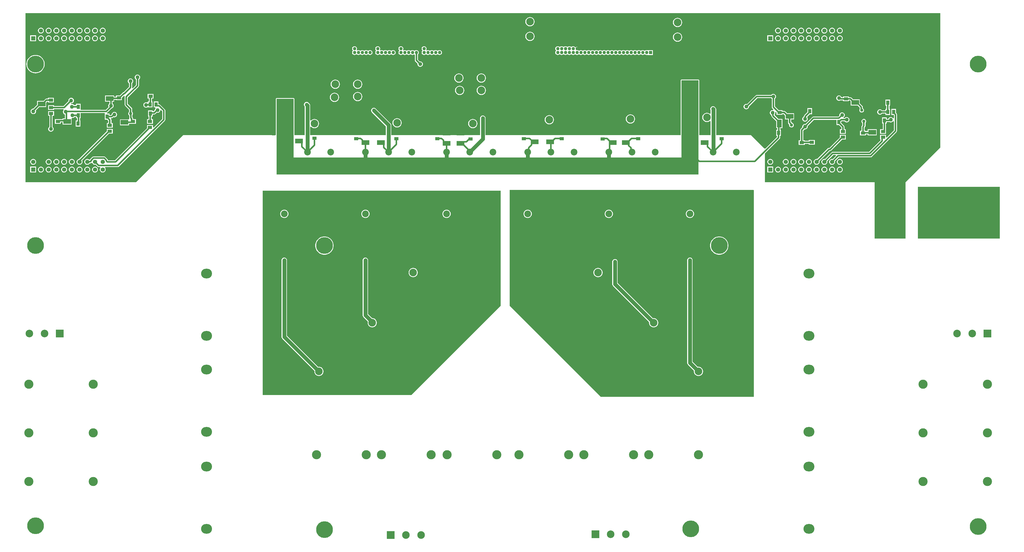
<source format=gbl>
G04*
G04 #@! TF.GenerationSoftware,Altium Limited,Altium Designer,22.11.1 (43)*
G04*
G04 Layer_Physical_Order=2*
G04 Layer_Color=16711680*
%FSLAX44Y44*%
%MOMM*%
G71*
G04*
G04 #@! TF.SameCoordinates,B38BEB0A-FF2B-4473-85C9-27130B265984*
G04*
G04*
G04 #@! TF.FilePolarity,Positive*
G04*
G01*
G75*
%ADD19R,1.0200X1.4700*%
%ADD20R,1.4700X1.0200*%
%ADD21R,2.5000X1.5000*%
%ADD44C,0.5080*%
%ADD46C,1.2700*%
%ADD47C,2.5000*%
%ADD48C,2.2000*%
%ADD49C,3.5000*%
%ADD50C,3.0000*%
%ADD51O,3.6000X3.2000*%
%ADD52C,5.5000*%
%ADD53C,10.0000*%
%ADD54C,1.4000*%
%ADD55R,1.4000X1.4000*%
%ADD56R,2.5000X2.5000*%
%ADD57C,1.0900*%
%ADD58R,1.0900X1.0900*%
%ADD59C,1.0160*%
%ADD60C,1.2700*%
%ADD61R,1.5000X2.5000*%
G36*
X3304540Y2999740D02*
X3190240Y2885440D01*
Y2700020D01*
X3088640D01*
Y2885440D01*
X2727960D01*
Y2979715D01*
X2776682Y3028438D01*
X2777805Y3030118D01*
X2778199Y3032100D01*
Y3038110D01*
X2780660D01*
Y3057890D01*
X2779409D01*
Y3063440D01*
X2785480D01*
Y3093520D01*
X2772725D01*
X2759998Y3106247D01*
Y3108087D01*
X2761125Y3109557D01*
X2762021Y3111719D01*
X2762327Y3114040D01*
X2762116Y3115636D01*
X2764384Y3116960D01*
X2766330Y3115015D01*
Y3107060D01*
X2786110D01*
Y3109521D01*
X2789514D01*
X2794200Y3104835D01*
Y3092080D01*
X2804060D01*
Y3081812D01*
X2804455Y3079830D01*
X2805577Y3078149D01*
X2808216Y3075511D01*
X2808166Y3075389D01*
X2807904Y3073400D01*
X2808166Y3071411D01*
X2808934Y3069557D01*
X2810155Y3067965D01*
X2811747Y3066744D01*
X2813601Y3065976D01*
X2815590Y3065714D01*
X2817579Y3065976D01*
X2819433Y3066744D01*
X2821025Y3067965D01*
X2822246Y3069557D01*
X2823014Y3071411D01*
X2823276Y3073400D01*
X2823014Y3075389D01*
X2822246Y3077243D01*
X2821025Y3078835D01*
X2819433Y3080056D01*
X2817579Y3080824D01*
X2817549Y3080828D01*
X2814420Y3083958D01*
Y3092080D01*
X2824280D01*
Y3112160D01*
X2801525D01*
X2795323Y3118362D01*
X2793642Y3119485D01*
X2791660Y3119879D01*
X2786110D01*
Y3122340D01*
X2773655D01*
X2761079Y3134915D01*
Y3160149D01*
X2762240Y3161040D01*
X2763665Y3162897D01*
X2764561Y3165059D01*
X2764867Y3167380D01*
X2764561Y3169701D01*
X2763665Y3171863D01*
X2762240Y3173720D01*
X2760383Y3175145D01*
X2758221Y3176041D01*
X2755900Y3176347D01*
X2753579Y3176041D01*
X2751417Y3175145D01*
X2749560Y3173720D01*
X2748669Y3172560D01*
X2701290D01*
X2699308Y3172165D01*
X2697628Y3171042D01*
X2669523Y3142938D01*
X2669321Y3143021D01*
X2667000Y3143327D01*
X2664679Y3143021D01*
X2662516Y3142126D01*
X2660659Y3140700D01*
X2659235Y3138843D01*
X2658339Y3136681D01*
X2658033Y3134360D01*
X2658339Y3132039D01*
X2659235Y3129877D01*
X2660659Y3128020D01*
X2662516Y3126595D01*
X2664679Y3125699D01*
X2667000Y3125393D01*
X2669321Y3125699D01*
X2671483Y3126595D01*
X2673340Y3128020D01*
X2674765Y3129877D01*
X2675661Y3132039D01*
X2675967Y3134360D01*
X2675923Y3134688D01*
X2703435Y3162201D01*
X2748669D01*
X2749560Y3161040D01*
X2750721Y3160149D01*
Y3132770D01*
X2751115Y3130788D01*
X2752238Y3129107D01*
X2756281Y3125065D01*
X2754956Y3122797D01*
X2753360Y3123007D01*
X2751039Y3122701D01*
X2748877Y3121805D01*
X2747020Y3120380D01*
X2745594Y3118523D01*
X2744699Y3116361D01*
X2744393Y3114040D01*
X2744699Y3111719D01*
X2745594Y3109557D01*
X2747020Y3107700D01*
X2748877Y3106275D01*
X2749638Y3105959D01*
Y3104102D01*
X2750033Y3102120D01*
X2751155Y3100439D01*
X2765400Y3086195D01*
Y3063440D01*
X2769051D01*
Y3057890D01*
X2765380D01*
Y3038110D01*
X2767841D01*
Y3034245D01*
X2729843Y2996247D01*
X2726311Y2996309D01*
X2682240Y3040380D01*
X2567817D01*
Y3125670D01*
X2567511Y3127991D01*
X2566615Y3130154D01*
X2565190Y3132010D01*
X2564120Y3133080D01*
X2562263Y3134505D01*
X2560101Y3135401D01*
X2557780Y3135707D01*
X2555459Y3135401D01*
X2553297Y3134505D01*
X2551440Y3133080D01*
X2550015Y3131223D01*
X2549119Y3129061D01*
X2548813Y3126740D01*
X2549119Y3124419D01*
X2549883Y3122574D01*
Y3111215D01*
X2547343Y3110145D01*
X2545856Y3111366D01*
X2543243Y3112762D01*
X2540408Y3113622D01*
X2537460Y3113913D01*
X2534512Y3113622D01*
X2531677Y3112762D01*
X2529064Y3111366D01*
X2526774Y3109486D01*
X2524894Y3107196D01*
X2523498Y3104583D01*
X2522638Y3101748D01*
X2522347Y3098800D01*
X2522638Y3095852D01*
X2523498Y3093017D01*
X2524894Y3090404D01*
X2526774Y3088114D01*
X2529064Y3086234D01*
X2531677Y3084838D01*
X2534512Y3083978D01*
X2537460Y3083687D01*
X2540408Y3083978D01*
X2543243Y3084838D01*
X2545856Y3086234D01*
X2547343Y3087455D01*
X2549883Y3086385D01*
Y3040380D01*
X2512110D01*
Y3220720D01*
X2511913Y3221711D01*
X2511351Y3222551D01*
X2510511Y3223112D01*
X2509520Y3223310D01*
X2453640D01*
X2452649Y3223112D01*
X2451809Y3222551D01*
X2451247Y3221711D01*
X2451050Y3220720D01*
Y3040380D01*
X1809827D01*
Y3096260D01*
X1809521Y3098581D01*
X1808625Y3100743D01*
X1807200Y3102600D01*
X1805343Y3104025D01*
X1803181Y3104921D01*
X1800860Y3105227D01*
X1798539Y3104921D01*
X1796377Y3104025D01*
X1794520Y3102600D01*
X1793095Y3100743D01*
X1792199Y3098581D01*
X1791893Y3096260D01*
Y3040380D01*
X1499947D01*
Y3073400D01*
X1499641Y3075721D01*
X1498745Y3077883D01*
X1497320Y3079740D01*
X1449060Y3128000D01*
X1447203Y3129425D01*
X1445041Y3130321D01*
X1442720Y3130627D01*
X1440399Y3130321D01*
X1438237Y3129425D01*
X1436380Y3128000D01*
X1434955Y3126143D01*
X1434059Y3123981D01*
X1433753Y3121660D01*
X1434059Y3119339D01*
X1434955Y3117177D01*
X1436380Y3115320D01*
X1482013Y3069686D01*
Y3040380D01*
X1233247D01*
Y3067697D01*
X1235787Y3068606D01*
X1236454Y3067794D01*
X1238744Y3065914D01*
X1241357Y3064518D01*
X1244192Y3063658D01*
X1247140Y3063367D01*
X1250088Y3063658D01*
X1252923Y3064518D01*
X1255536Y3065914D01*
X1257826Y3067794D01*
X1259706Y3070084D01*
X1261102Y3072697D01*
X1261962Y3075532D01*
X1262253Y3078480D01*
X1261962Y3081429D01*
X1261102Y3084263D01*
X1259706Y3086876D01*
X1257826Y3089166D01*
X1255536Y3091046D01*
X1252923Y3092442D01*
X1250088Y3093302D01*
X1247140Y3093593D01*
X1244192Y3093302D01*
X1241357Y3092442D01*
X1238744Y3091046D01*
X1236454Y3089166D01*
X1235787Y3088354D01*
X1233247Y3089262D01*
Y3138170D01*
X1232941Y3140491D01*
X1232045Y3142654D01*
X1230620Y3144510D01*
X1228080Y3147050D01*
X1226223Y3148475D01*
X1224061Y3149371D01*
X1221740Y3149677D01*
X1219419Y3149371D01*
X1217257Y3148475D01*
X1215400Y3147050D01*
X1213975Y3145193D01*
X1213079Y3143031D01*
X1212773Y3140710D01*
X1213079Y3138389D01*
X1213975Y3136227D01*
X1215313Y3134482D01*
Y3040380D01*
X1181150D01*
Y3159760D01*
X1180953Y3160751D01*
X1180391Y3161591D01*
X1179551Y3162153D01*
X1178560Y3162350D01*
X1122680D01*
X1121689Y3162153D01*
X1120849Y3161591D01*
X1120287Y3160751D01*
X1120090Y3159760D01*
Y3040380D01*
X815340D01*
X660400Y2885440D01*
X297180D01*
Y3441700D01*
X3304540D01*
Y2999740D01*
D02*
G37*
G36*
X2509520Y2941320D02*
Y2910840D01*
X1122680D01*
Y3159760D01*
X1178560D01*
Y2966720D01*
X2453640D01*
Y3220720D01*
X2509520D01*
Y2941320D01*
D02*
G37*
G36*
X3500120Y2700020D02*
X3230880D01*
Y2870200D01*
X3500120D01*
Y2700020D01*
D02*
G37*
G36*
X1859280Y2479040D02*
X1565412Y2185172D01*
X1076960D01*
Y2857500D01*
X1859280D01*
Y2479040D01*
D02*
G37*
G36*
X2692058Y2859052D02*
Y2179038D01*
X2189138D01*
X1889418Y2478758D01*
Y2859758D01*
X2691071Y2860321D01*
X2692058Y2859052D01*
D02*
G37*
%LPC*%
G36*
X1955800Y3428873D02*
X1952852Y3428582D01*
X1950017Y3427722D01*
X1947404Y3426326D01*
X1945114Y3424446D01*
X1943234Y3422156D01*
X1941838Y3419543D01*
X1940978Y3416708D01*
X1940687Y3413760D01*
X1940978Y3410811D01*
X1941838Y3407977D01*
X1943234Y3405364D01*
X1945114Y3403074D01*
X1947404Y3401194D01*
X1950017Y3399798D01*
X1952852Y3398938D01*
X1955800Y3398647D01*
X1958748Y3398938D01*
X1961583Y3399798D01*
X1964196Y3401194D01*
X1966486Y3403074D01*
X1968366Y3405364D01*
X1969762Y3407977D01*
X1970622Y3410811D01*
X1970913Y3413760D01*
X1970622Y3416708D01*
X1969762Y3419543D01*
X1968366Y3422156D01*
X1966486Y3424446D01*
X1964196Y3426326D01*
X1961583Y3427722D01*
X1958748Y3428582D01*
X1955800Y3428873D01*
D02*
G37*
G36*
X2440940Y3426333D02*
X2437992Y3426042D01*
X2435157Y3425182D01*
X2432544Y3423786D01*
X2430254Y3421906D01*
X2428374Y3419616D01*
X2426978Y3417003D01*
X2426118Y3414168D01*
X2425827Y3411220D01*
X2426118Y3408271D01*
X2426978Y3405437D01*
X2428374Y3402824D01*
X2430254Y3400534D01*
X2432544Y3398654D01*
X2435157Y3397258D01*
X2437992Y3396398D01*
X2440940Y3396107D01*
X2443888Y3396398D01*
X2446723Y3397258D01*
X2449336Y3398654D01*
X2451626Y3400534D01*
X2453506Y3402824D01*
X2454902Y3405437D01*
X2455762Y3408271D01*
X2456053Y3411220D01*
X2455762Y3414168D01*
X2454902Y3417003D01*
X2453506Y3419616D01*
X2451626Y3421906D01*
X2449336Y3423786D01*
X2446723Y3425182D01*
X2443888Y3426042D01*
X2440940Y3426333D01*
D02*
G37*
G36*
X2974340Y3394172D02*
X2971850Y3393844D01*
X2969529Y3392883D01*
X2967536Y3391354D01*
X2966007Y3389361D01*
X2965045Y3387040D01*
X2964718Y3384550D01*
X2965045Y3382060D01*
X2966007Y3379739D01*
X2967536Y3377746D01*
X2969529Y3376217D01*
X2971850Y3375256D01*
X2974340Y3374928D01*
X2976830Y3375256D01*
X2979151Y3376217D01*
X2981144Y3377746D01*
X2982673Y3379739D01*
X2983634Y3382060D01*
X2983962Y3384550D01*
X2983634Y3387040D01*
X2982673Y3389361D01*
X2981144Y3391354D01*
X2979151Y3392883D01*
X2976830Y3393844D01*
X2974340Y3394172D01*
D02*
G37*
G36*
X2948940D02*
X2946450Y3393844D01*
X2944129Y3392883D01*
X2942136Y3391354D01*
X2940607Y3389361D01*
X2939646Y3387040D01*
X2939318Y3384550D01*
X2939646Y3382060D01*
X2940607Y3379739D01*
X2942136Y3377746D01*
X2944129Y3376217D01*
X2946450Y3375256D01*
X2948940Y3374928D01*
X2951430Y3375256D01*
X2953751Y3376217D01*
X2955744Y3377746D01*
X2957273Y3379739D01*
X2958234Y3382060D01*
X2958562Y3384550D01*
X2958234Y3387040D01*
X2957273Y3389361D01*
X2955744Y3391354D01*
X2953751Y3392883D01*
X2951430Y3393844D01*
X2948940Y3394172D01*
D02*
G37*
G36*
X2923540D02*
X2921049Y3393844D01*
X2918729Y3392883D01*
X2916736Y3391354D01*
X2915207Y3389361D01*
X2914246Y3387040D01*
X2913918Y3384550D01*
X2914246Y3382060D01*
X2915207Y3379739D01*
X2916736Y3377746D01*
X2918729Y3376217D01*
X2921049Y3375256D01*
X2923540Y3374928D01*
X2926030Y3375256D01*
X2928351Y3376217D01*
X2930344Y3377746D01*
X2931873Y3379739D01*
X2932834Y3382060D01*
X2933162Y3384550D01*
X2932834Y3387040D01*
X2931873Y3389361D01*
X2930344Y3391354D01*
X2928351Y3392883D01*
X2926030Y3393844D01*
X2923540Y3394172D01*
D02*
G37*
G36*
X2898140D02*
X2895650Y3393844D01*
X2893329Y3392883D01*
X2891336Y3391354D01*
X2889807Y3389361D01*
X2888846Y3387040D01*
X2888518Y3384550D01*
X2888846Y3382060D01*
X2889807Y3379739D01*
X2891336Y3377746D01*
X2893329Y3376217D01*
X2895650Y3375256D01*
X2898140Y3374928D01*
X2900630Y3375256D01*
X2902951Y3376217D01*
X2904944Y3377746D01*
X2906473Y3379739D01*
X2907434Y3382060D01*
X2907762Y3384550D01*
X2907434Y3387040D01*
X2906473Y3389361D01*
X2904944Y3391354D01*
X2902951Y3392883D01*
X2900630Y3393844D01*
X2898140Y3394172D01*
D02*
G37*
G36*
X2872740D02*
X2870250Y3393844D01*
X2867929Y3392883D01*
X2865936Y3391354D01*
X2864407Y3389361D01*
X2863446Y3387040D01*
X2863118Y3384550D01*
X2863446Y3382060D01*
X2864407Y3379739D01*
X2865936Y3377746D01*
X2867929Y3376217D01*
X2870250Y3375256D01*
X2872740Y3374928D01*
X2875230Y3375256D01*
X2877551Y3376217D01*
X2879544Y3377746D01*
X2881073Y3379739D01*
X2882034Y3382060D01*
X2882362Y3384550D01*
X2882034Y3387040D01*
X2881073Y3389361D01*
X2879544Y3391354D01*
X2877551Y3392883D01*
X2875230Y3393844D01*
X2872740Y3394172D01*
D02*
G37*
G36*
X2847340D02*
X2844850Y3393844D01*
X2842529Y3392883D01*
X2840536Y3391354D01*
X2839007Y3389361D01*
X2838046Y3387040D01*
X2837718Y3384550D01*
X2838046Y3382060D01*
X2839007Y3379739D01*
X2840536Y3377746D01*
X2842529Y3376217D01*
X2844850Y3375256D01*
X2847340Y3374928D01*
X2849830Y3375256D01*
X2852151Y3376217D01*
X2854144Y3377746D01*
X2855673Y3379739D01*
X2856635Y3382060D01*
X2856962Y3384550D01*
X2856635Y3387040D01*
X2855673Y3389361D01*
X2854144Y3391354D01*
X2852151Y3392883D01*
X2849830Y3393844D01*
X2847340Y3394172D01*
D02*
G37*
G36*
X2821940D02*
X2819449Y3393844D01*
X2817129Y3392883D01*
X2815136Y3391354D01*
X2813607Y3389361D01*
X2812646Y3387040D01*
X2812318Y3384550D01*
X2812646Y3382060D01*
X2813607Y3379739D01*
X2815136Y3377746D01*
X2817129Y3376217D01*
X2819449Y3375256D01*
X2821940Y3374928D01*
X2824431Y3375256D01*
X2826751Y3376217D01*
X2828744Y3377746D01*
X2830273Y3379739D01*
X2831234Y3382060D01*
X2831562Y3384550D01*
X2831234Y3387040D01*
X2830273Y3389361D01*
X2828744Y3391354D01*
X2826751Y3392883D01*
X2824431Y3393844D01*
X2821940Y3394172D01*
D02*
G37*
G36*
X2796540D02*
X2794050Y3393844D01*
X2791729Y3392883D01*
X2789736Y3391354D01*
X2788207Y3389361D01*
X2787245Y3387040D01*
X2786918Y3384550D01*
X2787245Y3382060D01*
X2788207Y3379739D01*
X2789736Y3377746D01*
X2791729Y3376217D01*
X2794050Y3375256D01*
X2796540Y3374928D01*
X2799030Y3375256D01*
X2801351Y3376217D01*
X2803344Y3377746D01*
X2804873Y3379739D01*
X2805834Y3382060D01*
X2806162Y3384550D01*
X2805834Y3387040D01*
X2804873Y3389361D01*
X2803344Y3391354D01*
X2801351Y3392883D01*
X2799030Y3393844D01*
X2796540Y3394172D01*
D02*
G37*
G36*
X2771140D02*
X2768650Y3393844D01*
X2766329Y3392883D01*
X2764336Y3391354D01*
X2762807Y3389361D01*
X2761846Y3387040D01*
X2761518Y3384550D01*
X2761846Y3382060D01*
X2762807Y3379739D01*
X2764336Y3377746D01*
X2766329Y3376217D01*
X2768650Y3375256D01*
X2771140Y3374928D01*
X2773630Y3375256D01*
X2775951Y3376217D01*
X2777944Y3377746D01*
X2779473Y3379739D01*
X2780434Y3382060D01*
X2780762Y3384550D01*
X2780434Y3387040D01*
X2779473Y3389361D01*
X2777944Y3391354D01*
X2775951Y3392883D01*
X2773630Y3393844D01*
X2771140Y3394172D01*
D02*
G37*
G36*
X551180D02*
X548690Y3393844D01*
X546369Y3392883D01*
X544376Y3391354D01*
X542847Y3389361D01*
X541886Y3387040D01*
X541558Y3384550D01*
X541886Y3382060D01*
X542847Y3379739D01*
X544376Y3377746D01*
X546369Y3376217D01*
X548690Y3375256D01*
X551180Y3374928D01*
X553670Y3375256D01*
X555991Y3376217D01*
X557984Y3377746D01*
X559513Y3379739D01*
X560474Y3382060D01*
X560802Y3384550D01*
X560474Y3387040D01*
X559513Y3389361D01*
X557984Y3391354D01*
X555991Y3392883D01*
X553670Y3393844D01*
X551180Y3394172D01*
D02*
G37*
G36*
X525780D02*
X523290Y3393844D01*
X520969Y3392883D01*
X518976Y3391354D01*
X517447Y3389361D01*
X516486Y3387040D01*
X516158Y3384550D01*
X516486Y3382060D01*
X517447Y3379739D01*
X518976Y3377746D01*
X520969Y3376217D01*
X523290Y3375256D01*
X525780Y3374928D01*
X528270Y3375256D01*
X530591Y3376217D01*
X532584Y3377746D01*
X534113Y3379739D01*
X535074Y3382060D01*
X535402Y3384550D01*
X535074Y3387040D01*
X534113Y3389361D01*
X532584Y3391354D01*
X530591Y3392883D01*
X528270Y3393844D01*
X525780Y3394172D01*
D02*
G37*
G36*
X500380D02*
X497890Y3393844D01*
X495569Y3392883D01*
X493576Y3391354D01*
X492047Y3389361D01*
X491086Y3387040D01*
X490758Y3384550D01*
X491086Y3382060D01*
X492047Y3379739D01*
X493576Y3377746D01*
X495569Y3376217D01*
X497890Y3375256D01*
X500380Y3374928D01*
X502870Y3375256D01*
X505191Y3376217D01*
X507184Y3377746D01*
X508713Y3379739D01*
X509674Y3382060D01*
X510002Y3384550D01*
X509674Y3387040D01*
X508713Y3389361D01*
X507184Y3391354D01*
X505191Y3392883D01*
X502870Y3393844D01*
X500380Y3394172D01*
D02*
G37*
G36*
X474980D02*
X472490Y3393844D01*
X470169Y3392883D01*
X468176Y3391354D01*
X466647Y3389361D01*
X465686Y3387040D01*
X465358Y3384550D01*
X465686Y3382060D01*
X466647Y3379739D01*
X468176Y3377746D01*
X470169Y3376217D01*
X472490Y3375256D01*
X474980Y3374928D01*
X477470Y3375256D01*
X479791Y3376217D01*
X481784Y3377746D01*
X483313Y3379739D01*
X484274Y3382060D01*
X484602Y3384550D01*
X484274Y3387040D01*
X483313Y3389361D01*
X481784Y3391354D01*
X479791Y3392883D01*
X477470Y3393844D01*
X474980Y3394172D01*
D02*
G37*
G36*
X449580D02*
X447090Y3393844D01*
X444769Y3392883D01*
X442776Y3391354D01*
X441247Y3389361D01*
X440286Y3387040D01*
X439958Y3384550D01*
X440286Y3382060D01*
X441247Y3379739D01*
X442776Y3377746D01*
X444769Y3376217D01*
X447090Y3375256D01*
X449580Y3374928D01*
X452070Y3375256D01*
X454391Y3376217D01*
X456384Y3377746D01*
X457913Y3379739D01*
X458874Y3382060D01*
X459202Y3384550D01*
X458874Y3387040D01*
X457913Y3389361D01*
X456384Y3391354D01*
X454391Y3392883D01*
X452070Y3393844D01*
X449580Y3394172D01*
D02*
G37*
G36*
X424180D02*
X421690Y3393844D01*
X419369Y3392883D01*
X417376Y3391354D01*
X415847Y3389361D01*
X414886Y3387040D01*
X414558Y3384550D01*
X414886Y3382060D01*
X415847Y3379739D01*
X417376Y3377746D01*
X419369Y3376217D01*
X421690Y3375256D01*
X424180Y3374928D01*
X426670Y3375256D01*
X428991Y3376217D01*
X430984Y3377746D01*
X432513Y3379739D01*
X433474Y3382060D01*
X433802Y3384550D01*
X433474Y3387040D01*
X432513Y3389361D01*
X430984Y3391354D01*
X428991Y3392883D01*
X426670Y3393844D01*
X424180Y3394172D01*
D02*
G37*
G36*
X398780D02*
X396290Y3393844D01*
X393969Y3392883D01*
X391976Y3391354D01*
X390447Y3389361D01*
X389486Y3387040D01*
X389158Y3384550D01*
X389486Y3382060D01*
X390447Y3379739D01*
X391976Y3377746D01*
X393969Y3376217D01*
X396290Y3375256D01*
X398780Y3374928D01*
X401270Y3375256D01*
X403591Y3376217D01*
X405584Y3377746D01*
X407113Y3379739D01*
X408074Y3382060D01*
X408402Y3384550D01*
X408074Y3387040D01*
X407113Y3389361D01*
X405584Y3391354D01*
X403591Y3392883D01*
X401270Y3393844D01*
X398780Y3394172D01*
D02*
G37*
G36*
X373380D02*
X370890Y3393844D01*
X368569Y3392883D01*
X366576Y3391354D01*
X365047Y3389361D01*
X364086Y3387040D01*
X363758Y3384550D01*
X364086Y3382060D01*
X365047Y3379739D01*
X366576Y3377746D01*
X368569Y3376217D01*
X370890Y3375256D01*
X373380Y3374928D01*
X375870Y3375256D01*
X378191Y3376217D01*
X380184Y3377746D01*
X381713Y3379739D01*
X382674Y3382060D01*
X383002Y3384550D01*
X382674Y3387040D01*
X381713Y3389361D01*
X380184Y3391354D01*
X378191Y3392883D01*
X375870Y3393844D01*
X373380Y3394172D01*
D02*
G37*
G36*
X347980D02*
X345490Y3393844D01*
X343169Y3392883D01*
X341176Y3391354D01*
X339647Y3389361D01*
X338686Y3387040D01*
X338358Y3384550D01*
X338686Y3382060D01*
X339647Y3379739D01*
X341176Y3377746D01*
X343169Y3376217D01*
X345490Y3375256D01*
X347980Y3374928D01*
X350470Y3375256D01*
X352791Y3376217D01*
X354784Y3377746D01*
X356313Y3379739D01*
X357274Y3382060D01*
X357602Y3384550D01*
X357274Y3387040D01*
X356313Y3389361D01*
X354784Y3391354D01*
X352791Y3392883D01*
X350470Y3393844D01*
X347980Y3394172D01*
D02*
G37*
G36*
X1955800Y3380613D02*
X1952852Y3380322D01*
X1950017Y3379462D01*
X1947404Y3378066D01*
X1945114Y3376186D01*
X1943234Y3373896D01*
X1941838Y3371283D01*
X1940978Y3368448D01*
X1940687Y3365500D01*
X1940978Y3362552D01*
X1941838Y3359716D01*
X1943234Y3357104D01*
X1945114Y3354814D01*
X1947404Y3352934D01*
X1950017Y3351537D01*
X1952852Y3350677D01*
X1955800Y3350387D01*
X1958748Y3350677D01*
X1961583Y3351537D01*
X1964196Y3352934D01*
X1966486Y3354814D01*
X1968366Y3357104D01*
X1969762Y3359716D01*
X1970622Y3362552D01*
X1970913Y3365500D01*
X1970622Y3368448D01*
X1969762Y3371283D01*
X1968366Y3373896D01*
X1966486Y3376186D01*
X1964196Y3378066D01*
X1961583Y3379462D01*
X1958748Y3380322D01*
X1955800Y3380613D01*
D02*
G37*
G36*
X2755280Y3368690D02*
X2736200D01*
Y3349610D01*
X2755280D01*
Y3368690D01*
D02*
G37*
G36*
X332120D02*
X313040D01*
Y3349610D01*
X332120D01*
Y3368690D01*
D02*
G37*
G36*
X2974340Y3368772D02*
X2971850Y3368445D01*
X2969529Y3367483D01*
X2967536Y3365954D01*
X2966007Y3363961D01*
X2965045Y3361640D01*
X2964718Y3359150D01*
X2965045Y3356660D01*
X2966007Y3354339D01*
X2967536Y3352346D01*
X2969529Y3350817D01*
X2971850Y3349856D01*
X2974340Y3349528D01*
X2976830Y3349856D01*
X2979151Y3350817D01*
X2981144Y3352346D01*
X2982673Y3354339D01*
X2983634Y3356660D01*
X2983962Y3359150D01*
X2983634Y3361640D01*
X2982673Y3363961D01*
X2981144Y3365954D01*
X2979151Y3367483D01*
X2976830Y3368445D01*
X2974340Y3368772D01*
D02*
G37*
G36*
X2948940D02*
X2946450Y3368445D01*
X2944129Y3367483D01*
X2942136Y3365954D01*
X2940607Y3363961D01*
X2939646Y3361640D01*
X2939318Y3359150D01*
X2939646Y3356660D01*
X2940607Y3354339D01*
X2942136Y3352346D01*
X2944129Y3350817D01*
X2946450Y3349856D01*
X2948940Y3349528D01*
X2951430Y3349856D01*
X2953751Y3350817D01*
X2955744Y3352346D01*
X2957273Y3354339D01*
X2958234Y3356660D01*
X2958562Y3359150D01*
X2958234Y3361640D01*
X2957273Y3363961D01*
X2955744Y3365954D01*
X2953751Y3367483D01*
X2951430Y3368445D01*
X2948940Y3368772D01*
D02*
G37*
G36*
X2923540D02*
X2921049Y3368445D01*
X2918729Y3367483D01*
X2916736Y3365954D01*
X2915207Y3363961D01*
X2914246Y3361640D01*
X2913918Y3359150D01*
X2914246Y3356660D01*
X2915207Y3354339D01*
X2916736Y3352346D01*
X2918729Y3350817D01*
X2921049Y3349856D01*
X2923540Y3349528D01*
X2926030Y3349856D01*
X2928351Y3350817D01*
X2930344Y3352346D01*
X2931873Y3354339D01*
X2932834Y3356660D01*
X2933162Y3359150D01*
X2932834Y3361640D01*
X2931873Y3363961D01*
X2930344Y3365954D01*
X2928351Y3367483D01*
X2926030Y3368445D01*
X2923540Y3368772D01*
D02*
G37*
G36*
X2898140D02*
X2895650Y3368445D01*
X2893329Y3367483D01*
X2891336Y3365954D01*
X2889807Y3363961D01*
X2888846Y3361640D01*
X2888518Y3359150D01*
X2888846Y3356660D01*
X2889807Y3354339D01*
X2891336Y3352346D01*
X2893329Y3350817D01*
X2895650Y3349856D01*
X2898140Y3349528D01*
X2900630Y3349856D01*
X2902951Y3350817D01*
X2904944Y3352346D01*
X2906473Y3354339D01*
X2907434Y3356660D01*
X2907762Y3359150D01*
X2907434Y3361640D01*
X2906473Y3363961D01*
X2904944Y3365954D01*
X2902951Y3367483D01*
X2900630Y3368445D01*
X2898140Y3368772D01*
D02*
G37*
G36*
X2872740D02*
X2870250Y3368445D01*
X2867929Y3367483D01*
X2865936Y3365954D01*
X2864407Y3363961D01*
X2863446Y3361640D01*
X2863118Y3359150D01*
X2863446Y3356660D01*
X2864407Y3354339D01*
X2865936Y3352346D01*
X2867929Y3350817D01*
X2870250Y3349856D01*
X2872740Y3349528D01*
X2875230Y3349856D01*
X2877551Y3350817D01*
X2879544Y3352346D01*
X2881073Y3354339D01*
X2882034Y3356660D01*
X2882362Y3359150D01*
X2882034Y3361640D01*
X2881073Y3363961D01*
X2879544Y3365954D01*
X2877551Y3367483D01*
X2875230Y3368445D01*
X2872740Y3368772D01*
D02*
G37*
G36*
X2847340D02*
X2844850Y3368445D01*
X2842529Y3367483D01*
X2840536Y3365954D01*
X2839007Y3363961D01*
X2838046Y3361640D01*
X2837718Y3359150D01*
X2838046Y3356660D01*
X2839007Y3354339D01*
X2840536Y3352346D01*
X2842529Y3350817D01*
X2844850Y3349856D01*
X2847340Y3349528D01*
X2849830Y3349856D01*
X2852151Y3350817D01*
X2854144Y3352346D01*
X2855673Y3354339D01*
X2856635Y3356660D01*
X2856962Y3359150D01*
X2856635Y3361640D01*
X2855673Y3363961D01*
X2854144Y3365954D01*
X2852151Y3367483D01*
X2849830Y3368445D01*
X2847340Y3368772D01*
D02*
G37*
G36*
X2821940D02*
X2819449Y3368445D01*
X2817129Y3367483D01*
X2815136Y3365954D01*
X2813607Y3363961D01*
X2812646Y3361640D01*
X2812318Y3359150D01*
X2812646Y3356660D01*
X2813607Y3354339D01*
X2815136Y3352346D01*
X2817129Y3350817D01*
X2819449Y3349856D01*
X2821940Y3349528D01*
X2824431Y3349856D01*
X2826751Y3350817D01*
X2828744Y3352346D01*
X2830273Y3354339D01*
X2831234Y3356660D01*
X2831562Y3359150D01*
X2831234Y3361640D01*
X2830273Y3363961D01*
X2828744Y3365954D01*
X2826751Y3367483D01*
X2824431Y3368445D01*
X2821940Y3368772D01*
D02*
G37*
G36*
X2796540D02*
X2794050Y3368445D01*
X2791729Y3367483D01*
X2789736Y3365954D01*
X2788207Y3363961D01*
X2787245Y3361640D01*
X2786918Y3359150D01*
X2787245Y3356660D01*
X2788207Y3354339D01*
X2789736Y3352346D01*
X2791729Y3350817D01*
X2794050Y3349856D01*
X2796540Y3349528D01*
X2799030Y3349856D01*
X2801351Y3350817D01*
X2803344Y3352346D01*
X2804873Y3354339D01*
X2805834Y3356660D01*
X2806162Y3359150D01*
X2805834Y3361640D01*
X2804873Y3363961D01*
X2803344Y3365954D01*
X2801351Y3367483D01*
X2799030Y3368445D01*
X2796540Y3368772D01*
D02*
G37*
G36*
X2771140D02*
X2768650Y3368445D01*
X2766329Y3367483D01*
X2764336Y3365954D01*
X2762807Y3363961D01*
X2761846Y3361640D01*
X2761518Y3359150D01*
X2761846Y3356660D01*
X2762807Y3354339D01*
X2764336Y3352346D01*
X2766329Y3350817D01*
X2768650Y3349856D01*
X2771140Y3349528D01*
X2773630Y3349856D01*
X2775951Y3350817D01*
X2777944Y3352346D01*
X2779473Y3354339D01*
X2780434Y3356660D01*
X2780762Y3359150D01*
X2780434Y3361640D01*
X2779473Y3363961D01*
X2777944Y3365954D01*
X2775951Y3367483D01*
X2773630Y3368445D01*
X2771140Y3368772D01*
D02*
G37*
G36*
X551180D02*
X548690Y3368445D01*
X546369Y3367483D01*
X544376Y3365954D01*
X542847Y3363961D01*
X541886Y3361640D01*
X541558Y3359150D01*
X541886Y3356660D01*
X542847Y3354339D01*
X544376Y3352346D01*
X546369Y3350817D01*
X548690Y3349856D01*
X551180Y3349528D01*
X553670Y3349856D01*
X555991Y3350817D01*
X557984Y3352346D01*
X559513Y3354339D01*
X560474Y3356660D01*
X560802Y3359150D01*
X560474Y3361640D01*
X559513Y3363961D01*
X557984Y3365954D01*
X555991Y3367483D01*
X553670Y3368445D01*
X551180Y3368772D01*
D02*
G37*
G36*
X525780D02*
X523290Y3368445D01*
X520969Y3367483D01*
X518976Y3365954D01*
X517447Y3363961D01*
X516486Y3361640D01*
X516158Y3359150D01*
X516486Y3356660D01*
X517447Y3354339D01*
X518976Y3352346D01*
X520969Y3350817D01*
X523290Y3349856D01*
X525780Y3349528D01*
X528270Y3349856D01*
X530591Y3350817D01*
X532584Y3352346D01*
X534113Y3354339D01*
X535074Y3356660D01*
X535402Y3359150D01*
X535074Y3361640D01*
X534113Y3363961D01*
X532584Y3365954D01*
X530591Y3367483D01*
X528270Y3368445D01*
X525780Y3368772D01*
D02*
G37*
G36*
X500380D02*
X497890Y3368445D01*
X495569Y3367483D01*
X493576Y3365954D01*
X492047Y3363961D01*
X491086Y3361640D01*
X490758Y3359150D01*
X491086Y3356660D01*
X492047Y3354339D01*
X493576Y3352346D01*
X495569Y3350817D01*
X497890Y3349856D01*
X500380Y3349528D01*
X502870Y3349856D01*
X505191Y3350817D01*
X507184Y3352346D01*
X508713Y3354339D01*
X509674Y3356660D01*
X510002Y3359150D01*
X509674Y3361640D01*
X508713Y3363961D01*
X507184Y3365954D01*
X505191Y3367483D01*
X502870Y3368445D01*
X500380Y3368772D01*
D02*
G37*
G36*
X474980D02*
X472490Y3368445D01*
X470169Y3367483D01*
X468176Y3365954D01*
X466647Y3363961D01*
X465686Y3361640D01*
X465358Y3359150D01*
X465686Y3356660D01*
X466647Y3354339D01*
X468176Y3352346D01*
X470169Y3350817D01*
X472490Y3349856D01*
X474980Y3349528D01*
X477470Y3349856D01*
X479791Y3350817D01*
X481784Y3352346D01*
X483313Y3354339D01*
X484274Y3356660D01*
X484602Y3359150D01*
X484274Y3361640D01*
X483313Y3363961D01*
X481784Y3365954D01*
X479791Y3367483D01*
X477470Y3368445D01*
X474980Y3368772D01*
D02*
G37*
G36*
X449580D02*
X447090Y3368445D01*
X444769Y3367483D01*
X442776Y3365954D01*
X441247Y3363961D01*
X440286Y3361640D01*
X439958Y3359150D01*
X440286Y3356660D01*
X441247Y3354339D01*
X442776Y3352346D01*
X444769Y3350817D01*
X447090Y3349856D01*
X449580Y3349528D01*
X452070Y3349856D01*
X454391Y3350817D01*
X456384Y3352346D01*
X457913Y3354339D01*
X458874Y3356660D01*
X459202Y3359150D01*
X458874Y3361640D01*
X457913Y3363961D01*
X456384Y3365954D01*
X454391Y3367483D01*
X452070Y3368445D01*
X449580Y3368772D01*
D02*
G37*
G36*
X424180D02*
X421690Y3368445D01*
X419369Y3367483D01*
X417376Y3365954D01*
X415847Y3363961D01*
X414886Y3361640D01*
X414558Y3359150D01*
X414886Y3356660D01*
X415847Y3354339D01*
X417376Y3352346D01*
X419369Y3350817D01*
X421690Y3349856D01*
X424180Y3349528D01*
X426670Y3349856D01*
X428991Y3350817D01*
X430984Y3352346D01*
X432513Y3354339D01*
X433474Y3356660D01*
X433802Y3359150D01*
X433474Y3361640D01*
X432513Y3363961D01*
X430984Y3365954D01*
X428991Y3367483D01*
X426670Y3368445D01*
X424180Y3368772D01*
D02*
G37*
G36*
X398780D02*
X396290Y3368445D01*
X393969Y3367483D01*
X391976Y3365954D01*
X390447Y3363961D01*
X389486Y3361640D01*
X389158Y3359150D01*
X389486Y3356660D01*
X390447Y3354339D01*
X391976Y3352346D01*
X393969Y3350817D01*
X396290Y3349856D01*
X398780Y3349528D01*
X401270Y3349856D01*
X403591Y3350817D01*
X405584Y3352346D01*
X407113Y3354339D01*
X408074Y3356660D01*
X408402Y3359150D01*
X408074Y3361640D01*
X407113Y3363961D01*
X405584Y3365954D01*
X403591Y3367483D01*
X401270Y3368445D01*
X398780Y3368772D01*
D02*
G37*
G36*
X373380D02*
X370890Y3368445D01*
X368569Y3367483D01*
X366576Y3365954D01*
X365047Y3363961D01*
X364086Y3361640D01*
X363758Y3359150D01*
X364086Y3356660D01*
X365047Y3354339D01*
X366576Y3352346D01*
X368569Y3350817D01*
X370890Y3349856D01*
X373380Y3349528D01*
X375870Y3349856D01*
X378191Y3350817D01*
X380184Y3352346D01*
X381713Y3354339D01*
X382674Y3356660D01*
X383002Y3359150D01*
X382674Y3361640D01*
X381713Y3363961D01*
X380184Y3365954D01*
X378191Y3367483D01*
X375870Y3368445D01*
X373380Y3368772D01*
D02*
G37*
G36*
X347980D02*
X345490Y3368445D01*
X343169Y3367483D01*
X341176Y3365954D01*
X339647Y3363961D01*
X338686Y3361640D01*
X338358Y3359150D01*
X338686Y3356660D01*
X339647Y3354339D01*
X341176Y3352346D01*
X343169Y3350817D01*
X345490Y3349856D01*
X347980Y3349528D01*
X350470Y3349856D01*
X352791Y3350817D01*
X354784Y3352346D01*
X356313Y3354339D01*
X357274Y3356660D01*
X357602Y3359150D01*
X357274Y3361640D01*
X356313Y3363961D01*
X354784Y3365954D01*
X352791Y3367483D01*
X350470Y3368445D01*
X347980Y3368772D01*
D02*
G37*
G36*
X2440940Y3378073D02*
X2437992Y3377782D01*
X2435157Y3376922D01*
X2432544Y3375526D01*
X2430254Y3373646D01*
X2428374Y3371356D01*
X2426978Y3368743D01*
X2426118Y3365909D01*
X2425827Y3362960D01*
X2426118Y3360012D01*
X2426978Y3357177D01*
X2428374Y3354564D01*
X2430254Y3352274D01*
X2432544Y3350394D01*
X2435157Y3348997D01*
X2437992Y3348138D01*
X2440940Y3347847D01*
X2443888Y3348138D01*
X2446723Y3348997D01*
X2449336Y3350394D01*
X2451626Y3352274D01*
X2453506Y3354564D01*
X2454902Y3357177D01*
X2455762Y3360012D01*
X2456053Y3362960D01*
X2455762Y3365909D01*
X2454902Y3368743D01*
X2453506Y3371356D01*
X2451626Y3373646D01*
X2449336Y3375526D01*
X2446723Y3376922D01*
X2443888Y3377782D01*
X2440940Y3378073D01*
D02*
G37*
G36*
X2098040Y3332919D02*
X2095954Y3332644D01*
X2094010Y3331839D01*
X2093537Y3331476D01*
X2091690Y3330798D01*
X2089843Y3331476D01*
X2089370Y3331839D01*
X2087426Y3332644D01*
X2085340Y3332919D01*
X2083254Y3332644D01*
X2081310Y3331839D01*
X2080836Y3331476D01*
X2078990Y3330798D01*
X2077144Y3331476D01*
X2076669Y3331839D01*
X2074726Y3332644D01*
X2072640Y3332919D01*
X2070554Y3332644D01*
X2068611Y3331839D01*
X2068136Y3331476D01*
X2066290Y3330798D01*
X2064444Y3331476D01*
X2063970Y3331839D01*
X2062026Y3332644D01*
X2059940Y3332919D01*
X2057854Y3332644D01*
X2055910Y3331839D01*
X2055437Y3331476D01*
X2053590Y3330798D01*
X2051743Y3331476D01*
X2051270Y3331839D01*
X2049326Y3332644D01*
X2047240Y3332919D01*
X2045154Y3332644D01*
X2043210Y3331839D01*
X2041541Y3330558D01*
X2040261Y3328889D01*
X2039456Y3326946D01*
X2039181Y3324860D01*
X2039456Y3322774D01*
X2040261Y3320830D01*
X2040625Y3320356D01*
X2041302Y3318510D01*
X2040625Y3316664D01*
X2040261Y3316190D01*
X2039456Y3314246D01*
X2039181Y3312160D01*
X2039456Y3310074D01*
X2040261Y3308130D01*
X2041541Y3306461D01*
X2043210Y3305181D01*
X2045154Y3304376D01*
X2047240Y3304101D01*
X2049326Y3304376D01*
X2051270Y3305181D01*
X2051743Y3305544D01*
X2053590Y3306222D01*
X2055437Y3305544D01*
X2055910Y3305181D01*
X2057854Y3304376D01*
X2059940Y3304101D01*
X2062026Y3304376D01*
X2063970Y3305181D01*
X2064444Y3305544D01*
X2066290Y3306222D01*
X2068136Y3305544D01*
X2068611Y3305181D01*
X2070554Y3304376D01*
X2072640Y3304101D01*
X2074726Y3304376D01*
X2076669Y3305181D01*
X2077144Y3305544D01*
X2078990Y3306222D01*
X2080836Y3305544D01*
X2081310Y3305181D01*
X2083254Y3304376D01*
X2085340Y3304101D01*
X2087426Y3304376D01*
X2089370Y3305181D01*
X2089843Y3305544D01*
X2091690Y3306222D01*
X2093537Y3305544D01*
X2094010Y3305181D01*
X2095954Y3304376D01*
X2098040Y3304101D01*
X2100126Y3304376D01*
X2102070Y3305181D01*
X2102543Y3305544D01*
X2104390Y3306222D01*
X2106237Y3305544D01*
X2106711Y3305181D01*
X2108654Y3304376D01*
X2110740Y3304101D01*
X2112826Y3304376D01*
X2114769Y3305181D01*
X2115244Y3305544D01*
X2117090Y3306222D01*
X2118936Y3305544D01*
X2119411Y3305181D01*
X2121354Y3304376D01*
X2123440Y3304101D01*
X2125526Y3304376D01*
X2127469Y3305181D01*
X2127944Y3305544D01*
X2129790Y3306222D01*
X2131637Y3305544D01*
X2132110Y3305181D01*
X2134054Y3304376D01*
X2136140Y3304101D01*
X2138226Y3304376D01*
X2140170Y3305181D01*
X2140643Y3305544D01*
X2142490Y3306222D01*
X2144337Y3305544D01*
X2144810Y3305181D01*
X2146754Y3304376D01*
X2148840Y3304101D01*
X2150926Y3304376D01*
X2152870Y3305181D01*
X2153344Y3305544D01*
X2155190Y3306222D01*
X2157036Y3305544D01*
X2157511Y3305181D01*
X2159454Y3304376D01*
X2161540Y3304101D01*
X2163626Y3304376D01*
X2165569Y3305181D01*
X2166044Y3305544D01*
X2167890Y3306222D01*
X2169736Y3305544D01*
X2170211Y3305181D01*
X2172154Y3304376D01*
X2174240Y3304101D01*
X2176326Y3304376D01*
X2178270Y3305181D01*
X2178743Y3305544D01*
X2180590Y3306222D01*
X2182437Y3305544D01*
X2182910Y3305181D01*
X2184854Y3304376D01*
X2186940Y3304101D01*
X2189026Y3304376D01*
X2190970Y3305181D01*
X2191443Y3305544D01*
X2193290Y3306222D01*
X2195137Y3305544D01*
X2195611Y3305181D01*
X2197554Y3304376D01*
X2199640Y3304101D01*
X2201726Y3304376D01*
X2203669Y3305181D01*
X2204144Y3305544D01*
X2205990Y3306222D01*
X2207836Y3305544D01*
X2208311Y3305181D01*
X2210254Y3304376D01*
X2212340Y3304101D01*
X2214426Y3304376D01*
X2216369Y3305181D01*
X2216844Y3305544D01*
X2218690Y3306222D01*
X2220536Y3305544D01*
X2221010Y3305181D01*
X2222954Y3304376D01*
X2225040Y3304101D01*
X2227126Y3304376D01*
X2229070Y3305181D01*
X2229543Y3305544D01*
X2231390Y3306222D01*
X2233237Y3305544D01*
X2233710Y3305181D01*
X2235654Y3304376D01*
X2237740Y3304101D01*
X2239826Y3304376D01*
X2241770Y3305181D01*
X2242243Y3305544D01*
X2244090Y3306222D01*
X2245936Y3305544D01*
X2246411Y3305181D01*
X2248354Y3304376D01*
X2250440Y3304101D01*
X2252526Y3304376D01*
X2254469Y3305181D01*
X2254944Y3305544D01*
X2256790Y3306222D01*
X2258636Y3305544D01*
X2259111Y3305181D01*
X2261054Y3304376D01*
X2263140Y3304101D01*
X2265226Y3304376D01*
X2267169Y3305181D01*
X2267643Y3305544D01*
X2269490Y3306222D01*
X2271337Y3305544D01*
X2271810Y3305181D01*
X2273754Y3304376D01*
X2275840Y3304101D01*
X2277926Y3304376D01*
X2279870Y3305181D01*
X2280343Y3305544D01*
X2282190Y3306222D01*
X2284037Y3305544D01*
X2284510Y3305181D01*
X2286454Y3304376D01*
X2288540Y3304101D01*
X2290626Y3304376D01*
X2292569Y3305181D01*
X2293044Y3305544D01*
X2294890Y3306222D01*
X2296736Y3305544D01*
X2297211Y3305181D01*
X2299154Y3304376D01*
X2301240Y3304101D01*
X2303326Y3304376D01*
X2305269Y3305181D01*
X2305744Y3305544D01*
X2307590Y3306222D01*
X2309436Y3305544D01*
X2309910Y3305181D01*
X2311854Y3304376D01*
X2313940Y3304101D01*
X2316026Y3304376D01*
X2317970Y3305181D01*
X2318443Y3305544D01*
X2320290Y3306222D01*
X2322137Y3305544D01*
X2322610Y3305181D01*
X2324554Y3304376D01*
X2326640Y3304101D01*
X2328726Y3304376D01*
X2330670Y3305181D01*
X2331143Y3305544D01*
X2332990Y3306222D01*
X2334836Y3305544D01*
X2335311Y3305181D01*
X2337254Y3304376D01*
X2339340Y3304101D01*
X2341426Y3304376D01*
X2341510Y3304410D01*
X2344050Y3304170D01*
Y3304170D01*
X2360030D01*
Y3320150D01*
X2344050D01*
Y3320150D01*
X2341510Y3319909D01*
X2341426Y3319944D01*
X2339340Y3320219D01*
X2337254Y3319944D01*
X2335311Y3319139D01*
X2334836Y3318776D01*
X2332990Y3318098D01*
X2331143Y3318776D01*
X2330670Y3319139D01*
X2328726Y3319944D01*
X2326640Y3320219D01*
X2324554Y3319944D01*
X2322610Y3319139D01*
X2322137Y3318776D01*
X2320290Y3318098D01*
X2318443Y3318776D01*
X2317970Y3319139D01*
X2316026Y3319944D01*
X2313940Y3320219D01*
X2311854Y3319944D01*
X2309910Y3319139D01*
X2309436Y3318776D01*
X2307590Y3318098D01*
X2305744Y3318776D01*
X2305269Y3319139D01*
X2303326Y3319944D01*
X2301240Y3320219D01*
X2299154Y3319944D01*
X2297211Y3319139D01*
X2296736Y3318776D01*
X2294890Y3318098D01*
X2293044Y3318776D01*
X2292569Y3319139D01*
X2290626Y3319944D01*
X2288540Y3320219D01*
X2286454Y3319944D01*
X2284510Y3319139D01*
X2284037Y3318776D01*
X2282190Y3318098D01*
X2280343Y3318776D01*
X2279870Y3319139D01*
X2277926Y3319944D01*
X2275840Y3320219D01*
X2273754Y3319944D01*
X2271810Y3319139D01*
X2271337Y3318776D01*
X2269490Y3318098D01*
X2267643Y3318776D01*
X2267169Y3319139D01*
X2265226Y3319944D01*
X2263140Y3320219D01*
X2261054Y3319944D01*
X2259111Y3319139D01*
X2258636Y3318776D01*
X2256790Y3318098D01*
X2254944Y3318776D01*
X2254469Y3319139D01*
X2252526Y3319944D01*
X2250440Y3320219D01*
X2248354Y3319944D01*
X2246411Y3319139D01*
X2245936Y3318776D01*
X2244090Y3318098D01*
X2242243Y3318776D01*
X2241770Y3319139D01*
X2239826Y3319944D01*
X2237740Y3320219D01*
X2235654Y3319944D01*
X2233710Y3319139D01*
X2233237Y3318776D01*
X2231390Y3318098D01*
X2229543Y3318776D01*
X2229070Y3319139D01*
X2227126Y3319944D01*
X2225040Y3320219D01*
X2222954Y3319944D01*
X2221010Y3319139D01*
X2220536Y3318776D01*
X2218690Y3318098D01*
X2216844Y3318776D01*
X2216369Y3319139D01*
X2214426Y3319944D01*
X2212340Y3320219D01*
X2210254Y3319944D01*
X2208311Y3319139D01*
X2207836Y3318776D01*
X2205990Y3318098D01*
X2204144Y3318776D01*
X2203669Y3319139D01*
X2201726Y3319944D01*
X2199640Y3320219D01*
X2197554Y3319944D01*
X2195611Y3319139D01*
X2195137Y3318776D01*
X2193290Y3318098D01*
X2191443Y3318776D01*
X2190970Y3319139D01*
X2189026Y3319944D01*
X2186940Y3320219D01*
X2184854Y3319944D01*
X2182910Y3319139D01*
X2182437Y3318776D01*
X2180590Y3318098D01*
X2178743Y3318776D01*
X2178270Y3319139D01*
X2176326Y3319944D01*
X2174240Y3320219D01*
X2172154Y3319944D01*
X2170211Y3319139D01*
X2169736Y3318776D01*
X2167890Y3318098D01*
X2166044Y3318776D01*
X2165569Y3319139D01*
X2163626Y3319944D01*
X2161540Y3320219D01*
X2159454Y3319944D01*
X2157511Y3319139D01*
X2157036Y3318776D01*
X2155190Y3318098D01*
X2153344Y3318776D01*
X2152870Y3319139D01*
X2150926Y3319944D01*
X2148840Y3320219D01*
X2146754Y3319944D01*
X2144810Y3319139D01*
X2144337Y3318776D01*
X2142490Y3318098D01*
X2140643Y3318776D01*
X2140170Y3319139D01*
X2138226Y3319944D01*
X2136140Y3320219D01*
X2134054Y3319944D01*
X2132110Y3319139D01*
X2131637Y3318776D01*
X2129790Y3318098D01*
X2127944Y3318776D01*
X2127469Y3319139D01*
X2125526Y3319944D01*
X2123440Y3320219D01*
X2121354Y3319944D01*
X2119411Y3319139D01*
X2118936Y3318776D01*
X2117612Y3318289D01*
X2115050Y3319409D01*
X2114796Y3320110D01*
X2114844Y3321858D01*
X2115525Y3322878D01*
X2115919Y3324860D01*
X2115525Y3326842D01*
X2114402Y3328523D01*
X2113289Y3329636D01*
X2111608Y3330759D01*
X2109626Y3331153D01*
X2107644Y3330759D01*
X2105964Y3329636D01*
X2104206Y3330365D01*
X2103598Y3330667D01*
X2102070Y3331839D01*
X2100126Y3332644D01*
X2098040Y3332919D01*
D02*
G37*
G36*
X1607820D02*
X1605734Y3332644D01*
X1603790Y3331839D01*
X1602121Y3330558D01*
X1600841Y3328889D01*
X1600036Y3326946D01*
X1599761Y3324860D01*
X1600036Y3322774D01*
X1600841Y3320830D01*
X1601205Y3320356D01*
X1601882Y3318510D01*
X1601205Y3316664D01*
X1600841Y3316190D01*
X1600036Y3314246D01*
X1599761Y3312160D01*
X1600036Y3310074D01*
X1600841Y3308130D01*
X1602121Y3306461D01*
X1603790Y3305181D01*
X1605734Y3304376D01*
X1607820Y3304101D01*
X1609906Y3304376D01*
X1611850Y3305181D01*
X1612323Y3305544D01*
X1614170Y3306222D01*
X1616017Y3305544D01*
X1616490Y3305181D01*
X1618434Y3304376D01*
X1620520Y3304101D01*
X1622606Y3304376D01*
X1624550Y3305181D01*
X1625023Y3305544D01*
X1626870Y3306222D01*
X1628716Y3305544D01*
X1629191Y3305181D01*
X1631134Y3304376D01*
X1633220Y3304101D01*
X1635306Y3304376D01*
X1637249Y3305181D01*
X1637724Y3305544D01*
X1639570Y3306222D01*
X1641416Y3305544D01*
X1641891Y3305181D01*
X1643834Y3304376D01*
X1645920Y3304101D01*
X1648006Y3304376D01*
X1649949Y3305181D01*
X1650423Y3305544D01*
X1652270Y3306222D01*
X1654117Y3305544D01*
X1654590Y3305181D01*
X1656534Y3304376D01*
X1658620Y3304101D01*
X1660706Y3304376D01*
X1662650Y3305181D01*
X1664319Y3306461D01*
X1665599Y3308130D01*
X1666404Y3310074D01*
X1666679Y3312160D01*
X1666404Y3314246D01*
X1665599Y3316190D01*
X1664319Y3317859D01*
X1662650Y3319139D01*
X1660706Y3319944D01*
X1658620Y3320219D01*
X1656534Y3319944D01*
X1654590Y3319139D01*
X1654117Y3318776D01*
X1652270Y3318098D01*
X1650423Y3318776D01*
X1649949Y3319139D01*
X1648006Y3319944D01*
X1645920Y3320219D01*
X1643834Y3319944D01*
X1641891Y3319139D01*
X1641416Y3318776D01*
X1639570Y3318098D01*
X1637724Y3318776D01*
X1637249Y3319139D01*
X1635306Y3319944D01*
X1633220Y3320219D01*
X1631134Y3319944D01*
X1629191Y3319139D01*
X1628716Y3318776D01*
X1626870Y3318098D01*
X1625023Y3318776D01*
X1624550Y3319139D01*
X1622606Y3319944D01*
X1620520Y3320219D01*
X1618434Y3319944D01*
X1616802Y3319268D01*
X1615749Y3319881D01*
X1615541Y3320089D01*
X1614928Y3321142D01*
X1615604Y3322774D01*
X1615879Y3324860D01*
X1615604Y3326946D01*
X1614799Y3328889D01*
X1613519Y3330558D01*
X1611850Y3331839D01*
X1609906Y3332644D01*
X1607820Y3332919D01*
D02*
G37*
G36*
X1455420D02*
X1453334Y3332644D01*
X1451391Y3331839D01*
X1449722Y3330558D01*
X1448441Y3328889D01*
X1447636Y3326946D01*
X1447361Y3324860D01*
X1447636Y3322774D01*
X1448441Y3320830D01*
X1449722Y3319161D01*
Y3317859D01*
X1448441Y3316190D01*
X1447636Y3314246D01*
X1447361Y3312160D01*
X1447636Y3310074D01*
X1448441Y3308130D01*
X1449722Y3306461D01*
X1451391Y3305181D01*
X1453334Y3304376D01*
X1455420Y3304101D01*
X1457506Y3304376D01*
X1459449Y3305181D01*
X1459924Y3305544D01*
X1461770Y3306222D01*
X1463616Y3305544D01*
X1464091Y3305181D01*
X1466034Y3304376D01*
X1468120Y3304101D01*
X1470206Y3304376D01*
X1472150Y3305181D01*
X1472623Y3305544D01*
X1474470Y3306222D01*
X1476317Y3305544D01*
X1476790Y3305181D01*
X1478734Y3304376D01*
X1480820Y3304101D01*
X1482906Y3304376D01*
X1484850Y3305181D01*
X1485323Y3305544D01*
X1487170Y3306222D01*
X1489017Y3305544D01*
X1489491Y3305181D01*
X1491434Y3304376D01*
X1493520Y3304101D01*
X1495606Y3304376D01*
X1497549Y3305181D01*
X1498024Y3305544D01*
X1499870Y3306222D01*
X1501716Y3305544D01*
X1502191Y3305181D01*
X1504134Y3304376D01*
X1506220Y3304101D01*
X1508306Y3304376D01*
X1510249Y3305181D01*
X1511918Y3306461D01*
X1513199Y3308130D01*
X1514004Y3310074D01*
X1514279Y3312160D01*
X1514004Y3314246D01*
X1513199Y3316190D01*
X1511918Y3317859D01*
X1510249Y3319139D01*
X1508306Y3319944D01*
X1506220Y3320219D01*
X1504134Y3319944D01*
X1502191Y3319139D01*
X1501716Y3318776D01*
X1499870Y3318098D01*
X1498024Y3318776D01*
X1497549Y3319139D01*
X1495606Y3319944D01*
X1493520Y3320219D01*
X1491434Y3319944D01*
X1489491Y3319139D01*
X1489017Y3318776D01*
X1487170Y3318098D01*
X1485323Y3318776D01*
X1484850Y3319139D01*
X1482906Y3319944D01*
X1480820Y3320219D01*
X1478734Y3319944D01*
X1476790Y3319139D01*
X1476317Y3318776D01*
X1474470Y3318098D01*
X1472623Y3318776D01*
X1472150Y3319139D01*
X1470206Y3319944D01*
X1468120Y3320219D01*
X1466034Y3319944D01*
X1464402Y3319268D01*
X1463349Y3319881D01*
X1463141Y3320089D01*
X1462528Y3321142D01*
X1463204Y3322774D01*
X1463479Y3324860D01*
X1463204Y3326946D01*
X1462399Y3328889D01*
X1461118Y3330558D01*
X1459449Y3331839D01*
X1457506Y3332644D01*
X1455420Y3332919D01*
D02*
G37*
G36*
X1379220D02*
X1377134Y3332644D01*
X1375190Y3331839D01*
X1373522Y3330558D01*
X1372241Y3328889D01*
X1371436Y3326946D01*
X1371161Y3324860D01*
X1371436Y3322774D01*
X1372241Y3320830D01*
X1372605Y3320356D01*
X1373282Y3318510D01*
X1372605Y3316664D01*
X1372241Y3316190D01*
X1371436Y3314246D01*
X1371161Y3312160D01*
X1371436Y3310074D01*
X1372241Y3308130D01*
X1373522Y3306461D01*
X1375190Y3305181D01*
X1377134Y3304376D01*
X1379220Y3304101D01*
X1381306Y3304376D01*
X1383250Y3305181D01*
X1383723Y3305544D01*
X1385570Y3306222D01*
X1387417Y3305544D01*
X1387890Y3305181D01*
X1389834Y3304376D01*
X1391920Y3304101D01*
X1394006Y3304376D01*
X1395950Y3305181D01*
X1396423Y3305544D01*
X1398270Y3306222D01*
X1400116Y3305544D01*
X1400591Y3305181D01*
X1402534Y3304376D01*
X1404620Y3304101D01*
X1406706Y3304376D01*
X1408649Y3305181D01*
X1409124Y3305544D01*
X1410970Y3306222D01*
X1412816Y3305544D01*
X1413291Y3305181D01*
X1415234Y3304376D01*
X1417320Y3304101D01*
X1419406Y3304376D01*
X1421349Y3305181D01*
X1421823Y3305544D01*
X1423670Y3306222D01*
X1425517Y3305544D01*
X1425990Y3305181D01*
X1427934Y3304376D01*
X1430020Y3304101D01*
X1432106Y3304376D01*
X1434050Y3305181D01*
X1435719Y3306461D01*
X1436999Y3308130D01*
X1437804Y3310074D01*
X1438079Y3312160D01*
X1437804Y3314246D01*
X1436999Y3316190D01*
X1435719Y3317859D01*
X1434050Y3319139D01*
X1432106Y3319944D01*
X1430020Y3320219D01*
X1427934Y3319944D01*
X1425990Y3319139D01*
X1425517Y3318776D01*
X1423670Y3318098D01*
X1421823Y3318776D01*
X1421349Y3319139D01*
X1419406Y3319944D01*
X1417320Y3320219D01*
X1415234Y3319944D01*
X1413291Y3319139D01*
X1412816Y3318776D01*
X1410970Y3318098D01*
X1409124Y3318776D01*
X1408649Y3319139D01*
X1406706Y3319944D01*
X1404620Y3320219D01*
X1402534Y3319944D01*
X1400591Y3319139D01*
X1400116Y3318776D01*
X1398270Y3318098D01*
X1396423Y3318776D01*
X1395950Y3319139D01*
X1394006Y3319944D01*
X1391920Y3320219D01*
X1389834Y3319944D01*
X1388202Y3319268D01*
X1387149Y3319881D01*
X1386941Y3320089D01*
X1386328Y3321142D01*
X1387004Y3322774D01*
X1387279Y3324860D01*
X1387004Y3326946D01*
X1386199Y3328889D01*
X1384919Y3330558D01*
X1383250Y3331839D01*
X1381306Y3332644D01*
X1379220Y3332919D01*
D02*
G37*
G36*
X1531620D02*
X1529534Y3332644D01*
X1527590Y3331839D01*
X1525921Y3330558D01*
X1524641Y3328889D01*
X1523836Y3326946D01*
X1523561Y3324860D01*
X1523836Y3322774D01*
X1524641Y3320830D01*
X1525004Y3320356D01*
X1525682Y3318510D01*
X1525004Y3316664D01*
X1524641Y3316190D01*
X1523836Y3314246D01*
X1523561Y3312160D01*
X1523836Y3310074D01*
X1524641Y3308130D01*
X1525921Y3306461D01*
X1527590Y3305181D01*
X1529534Y3304376D01*
X1531620Y3304101D01*
X1533706Y3304376D01*
X1535650Y3305181D01*
X1536124Y3305544D01*
X1537970Y3306222D01*
X1539816Y3305544D01*
X1540291Y3305181D01*
X1542234Y3304376D01*
X1544320Y3304101D01*
X1546406Y3304376D01*
X1548349Y3305181D01*
X1548824Y3305544D01*
X1550670Y3306222D01*
X1552516Y3305544D01*
X1552991Y3305181D01*
X1554934Y3304376D01*
X1557020Y3304101D01*
X1559106Y3304376D01*
X1561049Y3305181D01*
X1561523Y3305544D01*
X1563370Y3306222D01*
X1565217Y3305544D01*
X1565690Y3305181D01*
X1567634Y3304376D01*
X1569720Y3304101D01*
X1571806Y3304376D01*
X1573750Y3305181D01*
X1574223Y3305544D01*
X1574953Y3305812D01*
X1577010Y3305013D01*
X1577240Y3304804D01*
Y3286760D01*
X1577635Y3284778D01*
X1578757Y3283098D01*
X1586344Y3275511D01*
X1586153Y3274060D01*
X1586459Y3271739D01*
X1587355Y3269577D01*
X1588780Y3267720D01*
X1590637Y3266295D01*
X1592799Y3265399D01*
X1595120Y3265093D01*
X1597441Y3265399D01*
X1599603Y3266295D01*
X1601460Y3267720D01*
X1602885Y3269577D01*
X1603781Y3271739D01*
X1604087Y3274060D01*
X1603781Y3276381D01*
X1602885Y3278543D01*
X1601460Y3280400D01*
X1599603Y3281825D01*
X1597441Y3282721D01*
X1595120Y3283027D01*
X1593669Y3282836D01*
X1587599Y3288905D01*
Y3306063D01*
X1588118Y3306461D01*
X1589399Y3308130D01*
X1590204Y3310074D01*
X1590479Y3312160D01*
X1590204Y3314246D01*
X1589399Y3316190D01*
X1588118Y3317859D01*
X1586449Y3319139D01*
X1584506Y3319944D01*
X1582420Y3320219D01*
X1580334Y3319944D01*
X1578391Y3319139D01*
X1577917Y3318776D01*
X1576070Y3318098D01*
X1574223Y3318776D01*
X1573750Y3319139D01*
X1571806Y3319944D01*
X1569720Y3320219D01*
X1567634Y3319944D01*
X1565690Y3319139D01*
X1565217Y3318776D01*
X1563370Y3318098D01*
X1561523Y3318776D01*
X1561049Y3319139D01*
X1559106Y3319944D01*
X1557020Y3320219D01*
X1554934Y3319944D01*
X1552991Y3319139D01*
X1552516Y3318776D01*
X1550670Y3318098D01*
X1548824Y3318776D01*
X1548349Y3319139D01*
X1546406Y3319944D01*
X1544320Y3320219D01*
X1542234Y3319944D01*
X1540602Y3319268D01*
X1539549Y3319881D01*
X1539341Y3320089D01*
X1538728Y3321142D01*
X1539404Y3322774D01*
X1539679Y3324860D01*
X1539404Y3326946D01*
X1538599Y3328889D01*
X1537319Y3330558D01*
X1535650Y3331839D01*
X1533706Y3332644D01*
X1531620Y3332919D01*
D02*
G37*
G36*
X330200Y3304193D02*
X325486Y3303822D01*
X320888Y3302718D01*
X316520Y3300909D01*
X312488Y3298438D01*
X308893Y3295367D01*
X305822Y3291772D01*
X303351Y3287740D01*
X301542Y3283372D01*
X300438Y3278774D01*
X300067Y3274060D01*
X300438Y3269346D01*
X301542Y3264749D01*
X303351Y3260380D01*
X305822Y3256348D01*
X308893Y3252753D01*
X312488Y3249682D01*
X316520Y3247211D01*
X320888Y3245402D01*
X325486Y3244298D01*
X330200Y3243927D01*
X334914Y3244298D01*
X339512Y3245402D01*
X343880Y3247211D01*
X347912Y3249682D01*
X351507Y3252753D01*
X354578Y3256348D01*
X357049Y3260380D01*
X358858Y3264749D01*
X359962Y3269346D01*
X360333Y3274060D01*
X359962Y3278774D01*
X358858Y3283372D01*
X357049Y3287740D01*
X354578Y3291772D01*
X351507Y3295367D01*
X347912Y3298438D01*
X343880Y3300909D01*
X339512Y3302718D01*
X334914Y3303822D01*
X330200Y3304193D01*
D02*
G37*
G36*
X1795780Y3243453D02*
X1792832Y3243163D01*
X1789997Y3242303D01*
X1787384Y3240906D01*
X1785094Y3239026D01*
X1783214Y3236736D01*
X1781818Y3234124D01*
X1780958Y3231288D01*
X1780667Y3228340D01*
X1780958Y3225392D01*
X1781818Y3222556D01*
X1783214Y3219944D01*
X1785094Y3217654D01*
X1787384Y3215774D01*
X1789997Y3214378D01*
X1792832Y3213517D01*
X1795780Y3213227D01*
X1798728Y3213517D01*
X1801563Y3214378D01*
X1804176Y3215774D01*
X1806466Y3217654D01*
X1808346Y3219944D01*
X1809742Y3222556D01*
X1810602Y3225392D01*
X1810893Y3228340D01*
X1810602Y3231288D01*
X1809742Y3234124D01*
X1808346Y3236736D01*
X1806466Y3239026D01*
X1804176Y3240906D01*
X1801563Y3242303D01*
X1798728Y3243163D01*
X1795780Y3243453D01*
D02*
G37*
G36*
X1722120D02*
X1719172Y3243163D01*
X1716337Y3242303D01*
X1713724Y3240906D01*
X1711434Y3239026D01*
X1709554Y3236736D01*
X1708158Y3234124D01*
X1707298Y3231288D01*
X1707007Y3228340D01*
X1707298Y3225392D01*
X1708158Y3222556D01*
X1709554Y3219944D01*
X1711434Y3217654D01*
X1713724Y3215774D01*
X1716337Y3214378D01*
X1719172Y3213517D01*
X1722120Y3213227D01*
X1725068Y3213517D01*
X1727903Y3214378D01*
X1730516Y3215774D01*
X1732806Y3217654D01*
X1734686Y3219944D01*
X1736082Y3222556D01*
X1736942Y3225392D01*
X1737233Y3228340D01*
X1736942Y3231288D01*
X1736082Y3234124D01*
X1734686Y3236736D01*
X1732806Y3239026D01*
X1730516Y3240906D01*
X1727903Y3242303D01*
X1725068Y3243163D01*
X1722120Y3243453D01*
D02*
G37*
G36*
X665480Y3239847D02*
X663159Y3239541D01*
X660997Y3238645D01*
X659140Y3237220D01*
X657715Y3235363D01*
X656819Y3233201D01*
X656513Y3230880D01*
X656819Y3228559D01*
X657715Y3226396D01*
X659140Y3224539D01*
X660301Y3223649D01*
Y3205225D01*
X649993Y3194917D01*
X647652Y3196169D01*
X647800Y3196910D01*
Y3210949D01*
X648960Y3211840D01*
X650385Y3213697D01*
X651281Y3215859D01*
X651587Y3218180D01*
X651281Y3220501D01*
X650385Y3222663D01*
X648960Y3224520D01*
X647103Y3225945D01*
X644941Y3226841D01*
X642620Y3227147D01*
X640299Y3226841D01*
X638137Y3225945D01*
X636280Y3224520D01*
X634855Y3222663D01*
X633959Y3220501D01*
X633653Y3218180D01*
X633959Y3215859D01*
X634855Y3213697D01*
X636280Y3211840D01*
X637440Y3210949D01*
Y3199055D01*
X620274Y3181889D01*
X618598Y3181555D01*
X616917Y3180432D01*
X607085Y3170600D01*
X594630D01*
Y3166930D01*
X589080D01*
Y3170580D01*
X559000D01*
Y3150500D01*
X573280D01*
Y3144421D01*
X572120Y3143530D01*
X570695Y3141673D01*
X569799Y3139511D01*
X569493Y3137190D01*
X569799Y3134869D01*
X570533Y3133098D01*
X561175Y3123740D01*
X481217D01*
X478860Y3124180D01*
X478860Y3126280D01*
Y3143960D01*
X463580D01*
Y3139250D01*
X457471D01*
X456580Y3140410D01*
X454723Y3141835D01*
X452561Y3142731D01*
X450240Y3143037D01*
X448082Y3142752D01*
X447690Y3143097D01*
X446549Y3144913D01*
X447021Y3145513D01*
X447700Y3145423D01*
X450021Y3145729D01*
X452183Y3146624D01*
X454040Y3148050D01*
X455465Y3149907D01*
X456361Y3152069D01*
X456667Y3154390D01*
X456361Y3156711D01*
X455465Y3158873D01*
X454040Y3160730D01*
X452183Y3162155D01*
X450021Y3163051D01*
X447700Y3163357D01*
X445379Y3163051D01*
X443217Y3162155D01*
X441360Y3160730D01*
X439935Y3158873D01*
X439039Y3156711D01*
X438733Y3154390D01*
X438924Y3152939D01*
X422035Y3136049D01*
X391550D01*
Y3138510D01*
X371770D01*
Y3123230D01*
X391550D01*
Y3125691D01*
X421659D01*
X422355Y3124576D01*
X422723Y3123151D01*
X421585Y3121668D01*
X420689Y3119506D01*
X420384Y3117185D01*
X420689Y3114864D01*
X421585Y3112701D01*
X423010Y3110844D01*
X424867Y3109420D01*
X427030Y3108524D01*
X427281Y3108491D01*
Y3095360D01*
X419300D01*
Y3093159D01*
X403860D01*
X403460Y3093080D01*
X393970D01*
Y3077800D01*
X413750D01*
Y3082801D01*
X419300D01*
Y3075280D01*
X449380D01*
Y3093246D01*
X449380Y3094926D01*
X450837Y3097296D01*
X450954Y3097281D01*
X451849Y3097163D01*
X454170Y3097469D01*
X456332Y3098365D01*
X458189Y3099790D01*
X459080Y3100951D01*
X463580D01*
Y3096240D01*
X466740D01*
Y3088370D01*
X462920D01*
Y3068590D01*
X478200D01*
Y3088370D01*
X477099D01*
Y3096240D01*
X478860D01*
Y3113380D01*
X557180D01*
X558120Y3111230D01*
X558120Y3110840D01*
Y3091450D01*
X566075D01*
X569520Y3088004D01*
Y3080090D01*
X564810D01*
Y3064810D01*
X584590D01*
Y3080090D01*
X579879D01*
Y3090150D01*
X579485Y3092132D01*
X578491Y3093621D01*
X578750Y3094753D01*
X579333Y3096161D01*
X580895D01*
X582877Y3096555D01*
X584557Y3097678D01*
X586574Y3099695D01*
X587336Y3099379D01*
X589657Y3099073D01*
X591978Y3099379D01*
X594140Y3100275D01*
X595997Y3101700D01*
X597422Y3103557D01*
X598318Y3105719D01*
X598624Y3108040D01*
X598318Y3110361D01*
X597422Y3112523D01*
X595997Y3114380D01*
X594140Y3115805D01*
X591978Y3116701D01*
X589657Y3117007D01*
X587336Y3116701D01*
X585174Y3115805D01*
X583316Y3114380D01*
X581892Y3112523D01*
X580996Y3110361D01*
X580754Y3108524D01*
X578750Y3106519D01*
X573400D01*
Y3111230D01*
X565528D01*
X565278Y3113770D01*
X565302Y3113775D01*
X566982Y3114897D01*
X580588Y3128503D01*
X580781Y3128529D01*
X582943Y3129425D01*
X584800Y3130850D01*
X586225Y3132707D01*
X587121Y3134869D01*
X587427Y3137190D01*
X587121Y3139511D01*
X586225Y3141673D01*
X584800Y3143530D01*
X583639Y3144421D01*
Y3150500D01*
X589080D01*
Y3156570D01*
X594630D01*
Y3155320D01*
X614410D01*
Y3163275D01*
X621496Y3170361D01*
X622192Y3170234D01*
X622578Y3169835D01*
X623797Y3167361D01*
X623603Y3166382D01*
Y3140643D01*
X623997Y3138661D01*
X625120Y3136981D01*
X637930Y3124170D01*
Y3117130D01*
X637675Y3116935D01*
X636454Y3115343D01*
X635686Y3113489D01*
X635424Y3111500D01*
X635686Y3109511D01*
X636454Y3107657D01*
X637675Y3106065D01*
X638370Y3105532D01*
Y3097530D01*
X638712Y3095815D01*
X638765Y3095548D01*
X638844Y3095038D01*
X638712Y3094345D01*
X637127Y3092538D01*
X636014Y3092530D01*
X635559Y3092530D01*
X607920D01*
Y3072450D01*
X638000D01*
Y3077940D01*
X641010D01*
Y3077510D01*
X660790D01*
Y3092790D01*
X651270D01*
Y3094990D01*
X650875Y3096972D01*
X649752Y3098652D01*
X648729Y3099675D01*
Y3106306D01*
X649766Y3107657D01*
X650534Y3109511D01*
X650796Y3111500D01*
X650534Y3113489D01*
X649766Y3115343D01*
X648545Y3116935D01*
X648289Y3117130D01*
Y3126315D01*
X648289Y3126315D01*
X647895Y3128298D01*
X646773Y3129978D01*
X633962Y3142789D01*
Y3164236D01*
X669143Y3199417D01*
X670265Y3201097D01*
X670659Y3203080D01*
Y3223649D01*
X671820Y3224539D01*
X673245Y3226396D01*
X674141Y3228559D01*
X674447Y3230880D01*
X674141Y3233201D01*
X673245Y3235363D01*
X671820Y3237220D01*
X669963Y3238645D01*
X667801Y3239541D01*
X665480Y3239847D01*
D02*
G37*
G36*
X1389380Y3223133D02*
X1386432Y3222842D01*
X1383597Y3221982D01*
X1380984Y3220586D01*
X1378694Y3218706D01*
X1376814Y3216416D01*
X1375418Y3213803D01*
X1374558Y3210968D01*
X1374267Y3208020D01*
X1374558Y3205072D01*
X1375418Y3202237D01*
X1376814Y3199624D01*
X1378694Y3197334D01*
X1380984Y3195454D01*
X1383597Y3194058D01*
X1386432Y3193198D01*
X1389380Y3192907D01*
X1392328Y3193198D01*
X1395163Y3194058D01*
X1397776Y3195454D01*
X1400066Y3197334D01*
X1401946Y3199624D01*
X1403342Y3202237D01*
X1404202Y3205072D01*
X1404493Y3208020D01*
X1404202Y3210968D01*
X1403342Y3213803D01*
X1401946Y3216416D01*
X1400066Y3218706D01*
X1397776Y3220586D01*
X1395163Y3221982D01*
X1392328Y3222842D01*
X1389380Y3223133D01*
D02*
G37*
G36*
X1315720D02*
X1312772Y3222842D01*
X1309937Y3221982D01*
X1307324Y3220586D01*
X1305034Y3218706D01*
X1303154Y3216416D01*
X1301758Y3213803D01*
X1300898Y3210968D01*
X1300607Y3208020D01*
X1300898Y3205072D01*
X1301758Y3202237D01*
X1303154Y3199624D01*
X1305034Y3197334D01*
X1307324Y3195454D01*
X1309937Y3194058D01*
X1312772Y3193198D01*
X1315720Y3192907D01*
X1318668Y3193198D01*
X1321503Y3194058D01*
X1324116Y3195454D01*
X1326406Y3197334D01*
X1328286Y3199624D01*
X1329682Y3202237D01*
X1330542Y3205072D01*
X1330833Y3208020D01*
X1330542Y3210968D01*
X1329682Y3213803D01*
X1328286Y3216416D01*
X1326406Y3218706D01*
X1324116Y3220586D01*
X1321503Y3221982D01*
X1318668Y3222842D01*
X1315720Y3223133D01*
D02*
G37*
G36*
X1795780Y3202813D02*
X1792832Y3202522D01*
X1789997Y3201662D01*
X1787384Y3200266D01*
X1785094Y3198386D01*
X1783214Y3196096D01*
X1781818Y3193483D01*
X1780958Y3190648D01*
X1780667Y3187700D01*
X1780958Y3184752D01*
X1781818Y3181917D01*
X1783214Y3179304D01*
X1785094Y3177014D01*
X1787384Y3175134D01*
X1789997Y3173737D01*
X1792832Y3172878D01*
X1795780Y3172587D01*
X1798728Y3172878D01*
X1801563Y3173737D01*
X1804176Y3175134D01*
X1806466Y3177014D01*
X1808346Y3179304D01*
X1809742Y3181917D01*
X1810602Y3184752D01*
X1810893Y3187700D01*
X1810602Y3190648D01*
X1809742Y3193483D01*
X1808346Y3196096D01*
X1806466Y3198386D01*
X1804176Y3200266D01*
X1801563Y3201662D01*
X1798728Y3202522D01*
X1795780Y3202813D01*
D02*
G37*
G36*
X1724660D02*
X1721712Y3202522D01*
X1718877Y3201662D01*
X1716264Y3200266D01*
X1713974Y3198386D01*
X1712094Y3196096D01*
X1710698Y3193483D01*
X1709838Y3190648D01*
X1709547Y3187700D01*
X1709838Y3184752D01*
X1710698Y3181917D01*
X1712094Y3179304D01*
X1713974Y3177014D01*
X1716264Y3175134D01*
X1718877Y3173737D01*
X1721712Y3172878D01*
X1724660Y3172587D01*
X1727608Y3172878D01*
X1730443Y3173737D01*
X1733056Y3175134D01*
X1735346Y3177014D01*
X1737226Y3179304D01*
X1738622Y3181917D01*
X1739482Y3184752D01*
X1739773Y3187700D01*
X1739482Y3190648D01*
X1738622Y3193483D01*
X1737226Y3196096D01*
X1735346Y3198386D01*
X1733056Y3200266D01*
X1730443Y3201662D01*
X1727608Y3202522D01*
X1724660Y3202813D01*
D02*
G37*
G36*
X1389380Y3182493D02*
X1386432Y3182202D01*
X1383597Y3181342D01*
X1380984Y3179946D01*
X1378694Y3178066D01*
X1376814Y3175776D01*
X1375418Y3173163D01*
X1374558Y3170328D01*
X1374267Y3167380D01*
X1374558Y3164431D01*
X1375418Y3161597D01*
X1376814Y3158984D01*
X1378694Y3156694D01*
X1380984Y3154814D01*
X1383597Y3153418D01*
X1386432Y3152558D01*
X1389380Y3152267D01*
X1392328Y3152558D01*
X1395163Y3153418D01*
X1397776Y3154814D01*
X1400066Y3156694D01*
X1401946Y3158984D01*
X1403342Y3161597D01*
X1404202Y3164431D01*
X1404493Y3167380D01*
X1404202Y3170328D01*
X1403342Y3173163D01*
X1401946Y3175776D01*
X1400066Y3178066D01*
X1397776Y3179946D01*
X1395163Y3181342D01*
X1392328Y3182202D01*
X1389380Y3182493D01*
D02*
G37*
G36*
X1313180Y3179953D02*
X1310232Y3179662D01*
X1307397Y3178802D01*
X1304784Y3177406D01*
X1302494Y3175526D01*
X1300614Y3173236D01*
X1299218Y3170623D01*
X1298358Y3167788D01*
X1298067Y3164840D01*
X1298358Y3161891D01*
X1299218Y3159057D01*
X1300614Y3156444D01*
X1302494Y3154154D01*
X1304784Y3152274D01*
X1307397Y3150878D01*
X1310232Y3150018D01*
X1313180Y3149727D01*
X1316128Y3150018D01*
X1318963Y3150878D01*
X1321576Y3152274D01*
X1323866Y3154154D01*
X1325746Y3156444D01*
X1327142Y3159057D01*
X1328002Y3161891D01*
X1328293Y3164840D01*
X1328002Y3167788D01*
X1327142Y3170623D01*
X1325746Y3173236D01*
X1323866Y3175526D01*
X1321576Y3177406D01*
X1318963Y3178802D01*
X1316128Y3179662D01*
X1313180Y3179953D01*
D02*
G37*
G36*
X718550Y3175680D02*
X698770D01*
Y3160400D01*
X702870D01*
Y3151580D01*
X699800D01*
Y3149574D01*
X697260Y3148072D01*
X696332Y3148457D01*
X694011Y3148762D01*
X691690Y3148457D01*
X689528Y3147561D01*
X687671Y3146136D01*
X686245Y3144279D01*
X685350Y3142116D01*
X685044Y3139796D01*
X685350Y3137475D01*
X686245Y3135312D01*
X687671Y3133455D01*
X689528Y3132030D01*
X691690Y3131135D01*
X694011Y3130829D01*
X696332Y3131135D01*
X697359Y3131560D01*
X699800Y3131800D01*
X699800Y3131800D01*
X699800Y3131800D01*
X715080D01*
Y3151580D01*
X713230D01*
Y3160400D01*
X718550D01*
Y3175680D01*
D02*
G37*
G36*
X390890Y3162980D02*
X371110D01*
Y3160519D01*
X366030D01*
X364048Y3160125D01*
X362368Y3159002D01*
X356818Y3153452D01*
X356382Y3152800D01*
X335480D01*
Y3140045D01*
X323231Y3127795D01*
X320919Y3127491D01*
X318757Y3126595D01*
X316900Y3125170D01*
X315475Y3123313D01*
X314579Y3121151D01*
X314273Y3118830D01*
X314579Y3116509D01*
X315475Y3114347D01*
X316900Y3112490D01*
X318757Y3111064D01*
X320919Y3110169D01*
X323240Y3109863D01*
X325561Y3110169D01*
X327723Y3111064D01*
X329580Y3112490D01*
X331005Y3114347D01*
X331901Y3116509D01*
X332207Y3118830D01*
X331901Y3121151D01*
X331706Y3121621D01*
X342805Y3132720D01*
X365560D01*
Y3147220D01*
X365641Y3147626D01*
X368175Y3150161D01*
X371110D01*
Y3147700D01*
X390890D01*
Y3162980D01*
D02*
G37*
G36*
X3140120Y3156950D02*
X3124840D01*
Y3137170D01*
X3127300D01*
Y3126470D01*
X3124840D01*
Y3121760D01*
X3113651D01*
X3112760Y3122921D01*
X3110903Y3124345D01*
X3108741Y3125241D01*
X3106420Y3125547D01*
X3104099Y3125241D01*
X3101937Y3124345D01*
X3100080Y3122921D01*
X3098654Y3121064D01*
X3097759Y3118901D01*
X3097453Y3116580D01*
X3097759Y3114259D01*
X3098654Y3112097D01*
X3100080Y3110240D01*
X3101937Y3108815D01*
X3104099Y3107919D01*
X3106420Y3107613D01*
X3108741Y3107919D01*
X3110903Y3108815D01*
X3112760Y3110240D01*
X3113651Y3111400D01*
X3124840D01*
Y3106690D01*
X3140120D01*
Y3126470D01*
X3137660D01*
Y3137170D01*
X3140120D01*
Y3156950D01*
D02*
G37*
G36*
X2971800Y3171267D02*
X2969479Y3170961D01*
X2967317Y3170065D01*
X2965460Y3168640D01*
X2964035Y3166783D01*
X2963139Y3164621D01*
X2962833Y3162300D01*
X2963139Y3159979D01*
X2964035Y3157816D01*
X2965460Y3155959D01*
X2967317Y3154535D01*
X2969479Y3153639D01*
X2971800Y3153333D01*
X2974121Y3153639D01*
X2976283Y3154535D01*
X2976355Y3154590D01*
X2976402Y3154580D01*
X2984770D01*
Y3152120D01*
X3004550D01*
Y3154580D01*
X3007485D01*
X3010100Y3151965D01*
Y3137800D01*
X3032855D01*
X3039702Y3130953D01*
Y3126407D01*
X3039684Y3126382D01*
X3038916Y3124529D01*
X3038654Y3122540D01*
X3038916Y3120551D01*
X3039684Y3118697D01*
X3040905Y3117105D01*
X3042497Y3115883D01*
X3044350Y3115116D01*
X3046340Y3114854D01*
X3048329Y3115116D01*
X3050182Y3115883D01*
X3051774Y3117105D01*
X3052996Y3118697D01*
X3053763Y3120551D01*
X3054025Y3122540D01*
X3053763Y3124529D01*
X3052996Y3126382D01*
X3051774Y3127974D01*
X3050182Y3129196D01*
X3050061Y3129246D01*
Y3133098D01*
X3049667Y3135081D01*
X3048544Y3136761D01*
X3048544Y3136761D01*
X3040180Y3145125D01*
Y3157880D01*
X3018835D01*
X3013293Y3163423D01*
X3011612Y3164545D01*
X3009630Y3164940D01*
X3004550D01*
Y3167400D01*
X2984770D01*
Y3164940D01*
X2980329D01*
X2979565Y3166783D01*
X2978140Y3168640D01*
X2976283Y3170065D01*
X2974121Y3170961D01*
X2971800Y3171267D01*
D02*
G37*
G36*
X3159120Y3126470D02*
X3143840D01*
Y3106690D01*
X3151795D01*
X3152040Y3106445D01*
Y3096687D01*
X3150645Y3096064D01*
X3149500Y3095982D01*
X3148320Y3097520D01*
X3146463Y3098945D01*
X3144301Y3099841D01*
X3141980Y3100147D01*
X3139659Y3099841D01*
X3137497Y3098945D01*
X3135640Y3097520D01*
X3134214Y3095663D01*
X3133451Y3093820D01*
X3128640D01*
Y3098530D01*
X3113360D01*
Y3078750D01*
X3115821D01*
Y3060060D01*
X3106690D01*
Y3044780D01*
X3126470D01*
Y3060060D01*
X3126180D01*
Y3078750D01*
X3128640D01*
Y3083460D01*
X3137378D01*
X3137425Y3083470D01*
X3137497Y3083415D01*
X3139659Y3082519D01*
X3141980Y3082213D01*
X3144301Y3082519D01*
X3146463Y3083415D01*
X3148320Y3084839D01*
X3149500Y3086378D01*
X3150645Y3086295D01*
X3152040Y3085673D01*
Y3056145D01*
X3128817Y3032921D01*
X3126470Y3033893D01*
Y3041060D01*
X3106690D01*
Y3025780D01*
X3107965D01*
Y3022845D01*
X3070605Y2985486D01*
X2951096D01*
X2949114Y2985092D01*
X2947434Y2983969D01*
X2925570Y2962105D01*
X2923540Y2962372D01*
X2921049Y2962044D01*
X2918729Y2961083D01*
X2916736Y2959554D01*
X2915207Y2957561D01*
X2914246Y2955240D01*
X2913918Y2952750D01*
X2914246Y2950260D01*
X2915207Y2947939D01*
X2916736Y2945946D01*
X2918729Y2944417D01*
X2921049Y2943456D01*
X2923540Y2943128D01*
X2926030Y2943456D01*
X2928351Y2944417D01*
X2930344Y2945946D01*
X2931873Y2947939D01*
X2932834Y2950260D01*
X2933162Y2952750D01*
X2932895Y2954780D01*
X2953242Y2975127D01*
X2960673D01*
X2961645Y2972780D01*
X2950970Y2962105D01*
X2948940Y2962372D01*
X2946450Y2962044D01*
X2944129Y2961083D01*
X2942136Y2959554D01*
X2940607Y2957561D01*
X2939646Y2955240D01*
X2939318Y2952750D01*
X2939646Y2950260D01*
X2940607Y2947939D01*
X2942136Y2945946D01*
X2944129Y2944417D01*
X2946450Y2943456D01*
X2948940Y2943128D01*
X2951430Y2943456D01*
X2953751Y2944417D01*
X2955744Y2945946D01*
X2957273Y2947939D01*
X2958234Y2950260D01*
X2958562Y2952750D01*
X2958295Y2954780D01*
X2971022Y2967507D01*
X3075907D01*
X3077889Y2967901D01*
X3079569Y2969024D01*
X3160883Y3050337D01*
X3162005Y3052018D01*
X3162400Y3054000D01*
Y3108590D01*
X3162400Y3108590D01*
X3162005Y3110572D01*
X3160883Y3112253D01*
X3159120Y3114015D01*
Y3126470D01*
D02*
G37*
G36*
X2883580Y3129010D02*
X2868300D01*
Y3116555D01*
X2857835Y3106090D01*
X2856713Y3104410D01*
X2856318Y3102428D01*
Y3101801D01*
X2855557Y3101485D01*
X2853700Y3100060D01*
X2852274Y3098203D01*
X2851379Y3096041D01*
X2851073Y3093720D01*
X2851379Y3091399D01*
X2852274Y3089236D01*
X2853700Y3087379D01*
X2855557Y3085955D01*
X2857719Y3085059D01*
X2860040Y3084753D01*
X2862361Y3085059D01*
X2864523Y3085955D01*
X2866380Y3087379D01*
X2867805Y3089236D01*
X2868701Y3091399D01*
X2869007Y3093720D01*
X2868701Y3096041D01*
X2867805Y3098203D01*
X2866678Y3099673D01*
Y3100283D01*
X2875625Y3109230D01*
X2883580D01*
Y3129010D01*
D02*
G37*
G36*
X2981960Y3115387D02*
X2979639Y3115081D01*
X2977477Y3114185D01*
X2975620Y3112760D01*
X2974195Y3110903D01*
X2973299Y3108741D01*
X2972993Y3106420D01*
X2973184Y3104969D01*
X2969384Y3101169D01*
X2887710D01*
X2885728Y3100775D01*
X2884048Y3099652D01*
X2861491Y3077096D01*
X2860040Y3077287D01*
X2857719Y3076981D01*
X2855557Y3076086D01*
X2853700Y3074660D01*
X2852274Y3072803D01*
X2851379Y3070641D01*
X2851073Y3068320D01*
X2851264Y3066869D01*
X2845496Y3061101D01*
X2844373Y3059421D01*
X2843979Y3057439D01*
Y3023840D01*
X2839268D01*
Y3008560D01*
X2859048D01*
Y3011350D01*
X2872289D01*
Y3009220D01*
X2892068D01*
Y3024500D01*
X2872289D01*
Y3021710D01*
X2859048D01*
Y3023840D01*
X2854338D01*
Y3055293D01*
X2858589Y3059544D01*
X2860040Y3059353D01*
X2862361Y3059659D01*
X2864523Y3060555D01*
X2866380Y3061980D01*
X2867805Y3063837D01*
X2868701Y3065999D01*
X2869007Y3068320D01*
X2868816Y3069771D01*
X2889855Y3090811D01*
X2963500D01*
Y3073670D01*
X2971455D01*
X2979320Y3065805D01*
Y3060060D01*
X2974610D01*
Y3044780D01*
X2994390D01*
Y3060060D01*
X2989680D01*
Y3067950D01*
X2989285Y3069932D01*
X2988163Y3071613D01*
X2978780Y3080995D01*
Y3084151D01*
X2979612Y3084708D01*
X2980905Y3086000D01*
X2989969D01*
X2990860Y3084839D01*
X2992717Y3083415D01*
X2994879Y3082519D01*
X2997200Y3082213D01*
X2999521Y3082519D01*
X3001683Y3083415D01*
X3003540Y3084839D01*
X3004966Y3086696D01*
X3005861Y3088859D01*
X3006167Y3091180D01*
X3005861Y3093501D01*
X3004966Y3095663D01*
X3003540Y3097520D01*
X3001683Y3098945D01*
X2999521Y3099841D01*
X2997200Y3100147D01*
X2994879Y3099841D01*
X2992717Y3098945D01*
X2990860Y3097520D01*
X2989969Y3096360D01*
X2987467D01*
X2986844Y3097755D01*
X2986762Y3098900D01*
X2988300Y3100080D01*
X2989725Y3101937D01*
X2990621Y3104099D01*
X2990927Y3106420D01*
X2990621Y3108741D01*
X2989725Y3110903D01*
X2988300Y3112760D01*
X2986443Y3114185D01*
X2984281Y3115081D01*
X2981960Y3115387D01*
D02*
G37*
G36*
X2286000Y3108833D02*
X2283052Y3108542D01*
X2280217Y3107682D01*
X2277604Y3106286D01*
X2275314Y3104406D01*
X2273434Y3102116D01*
X2272038Y3099503D01*
X2271178Y3096668D01*
X2270887Y3093720D01*
X2271178Y3090771D01*
X2272038Y3087937D01*
X2273434Y3085324D01*
X2275314Y3083034D01*
X2277604Y3081154D01*
X2280217Y3079758D01*
X2283052Y3078898D01*
X2286000Y3078607D01*
X2288948Y3078898D01*
X2291783Y3079758D01*
X2294396Y3081154D01*
X2296686Y3083034D01*
X2298566Y3085324D01*
X2299962Y3087937D01*
X2300822Y3090771D01*
X2301113Y3093720D01*
X2300822Y3096668D01*
X2299962Y3099503D01*
X2298566Y3102116D01*
X2296686Y3104406D01*
X2294396Y3106286D01*
X2291783Y3107682D01*
X2288948Y3108542D01*
X2286000Y3108833D01*
D02*
G37*
G36*
X2019300Y3106293D02*
X2016352Y3106003D01*
X2013517Y3105143D01*
X2010904Y3103746D01*
X2008614Y3101866D01*
X2006734Y3099576D01*
X2005338Y3096964D01*
X2004478Y3094128D01*
X2004187Y3091180D01*
X2004478Y3088232D01*
X2005338Y3085397D01*
X2006734Y3082784D01*
X2008614Y3080494D01*
X2010904Y3078614D01*
X2013517Y3077218D01*
X2016352Y3076358D01*
X2019300Y3076067D01*
X2022248Y3076358D01*
X2025083Y3077218D01*
X2027696Y3078614D01*
X2029986Y3080494D01*
X2031866Y3082784D01*
X2033262Y3085397D01*
X2034122Y3088232D01*
X2034413Y3091180D01*
X2034122Y3094128D01*
X2033262Y3096964D01*
X2031866Y3099576D01*
X2029986Y3101866D01*
X2027696Y3103746D01*
X2025083Y3105143D01*
X2022248Y3106003D01*
X2019300Y3106293D01*
D02*
G37*
G36*
X734080Y3151580D02*
X718800D01*
Y3131800D01*
X724564D01*
X725427Y3129260D01*
X725180Y3129070D01*
X723755Y3127213D01*
X722859Y3125051D01*
X722577Y3122908D01*
X718598Y3118929D01*
X715640D01*
Y3121390D01*
X700360D01*
Y3101610D01*
X701930D01*
Y3092790D01*
X696890D01*
Y3077510D01*
X716670D01*
Y3092790D01*
X712290D01*
Y3101610D01*
X715640D01*
Y3108571D01*
X720743D01*
X722726Y3108965D01*
X724406Y3110088D01*
X728625Y3114307D01*
X729199Y3114069D01*
X731520Y3113763D01*
X733841Y3114069D01*
X736003Y3114965D01*
X737860Y3116389D01*
X739285Y3118246D01*
X740181Y3120409D01*
X740413Y3122170D01*
X741879Y3122984D01*
X742989Y3123187D01*
X746661Y3119514D01*
Y3093721D01*
X719017Y3066077D01*
X716670Y3067049D01*
Y3073790D01*
X696890D01*
Y3064090D01*
X696790Y3063590D01*
Y3063485D01*
X591235Y2957929D01*
X568405D01*
X568045Y2959736D01*
X566922Y2961416D01*
X559846Y2968492D01*
X558166Y2969615D01*
X556184Y2970009D01*
X520776D01*
X518794Y2969615D01*
X517114Y2968492D01*
X510037Y2961416D01*
X509534Y2960663D01*
X508904Y2960366D01*
X506906Y2960068D01*
X506407Y2960150D01*
X505191Y2961083D01*
X502870Y2962044D01*
X500380Y2962372D01*
X497890Y2962044D01*
X495569Y2961083D01*
X493576Y2959554D01*
X492047Y2957561D01*
X491086Y2955240D01*
X490758Y2952750D01*
X491086Y2950260D01*
X492047Y2947939D01*
X493576Y2945946D01*
X495569Y2944417D01*
X497890Y2943456D01*
X500380Y2943128D01*
X502870Y2943456D01*
X505191Y2944417D01*
X507184Y2945946D01*
X508562Y2947742D01*
X510724D01*
X512706Y2948136D01*
X514202Y2949136D01*
X514519Y2949224D01*
X517216Y2948496D01*
X517447Y2947939D01*
X518976Y2945946D01*
X520969Y2944417D01*
X523290Y2943456D01*
X525780Y2943128D01*
X527810Y2943395D01*
X534198Y2937007D01*
X535878Y2935885D01*
X537860Y2935490D01*
X542200D01*
X543452Y2932950D01*
X542847Y2932161D01*
X541886Y2929840D01*
X541558Y2927350D01*
X541886Y2924860D01*
X542847Y2922539D01*
X544376Y2920546D01*
X546369Y2919017D01*
X548690Y2918056D01*
X551180Y2917728D01*
X553670Y2918056D01*
X555991Y2919017D01*
X557984Y2920546D01*
X559513Y2922539D01*
X560474Y2924860D01*
X560802Y2927350D01*
X560474Y2929840D01*
X559513Y2932161D01*
X558908Y2932950D01*
X560160Y2935490D01*
X600934D01*
X602916Y2935885D01*
X604597Y2937007D01*
X755502Y3087913D01*
X755502Y3087913D01*
X756625Y3089594D01*
X757020Y3091576D01*
Y3121660D01*
X756625Y3123642D01*
X755502Y3125323D01*
X740263Y3140562D01*
X738582Y3141685D01*
X736600Y3142079D01*
X734080D01*
Y3151580D01*
D02*
G37*
G36*
X1518920Y3096133D02*
X1515972Y3095842D01*
X1513137Y3094982D01*
X1510524Y3093586D01*
X1508234Y3091706D01*
X1506354Y3089416D01*
X1504958Y3086803D01*
X1504098Y3083969D01*
X1503807Y3081020D01*
X1504098Y3078072D01*
X1504958Y3075237D01*
X1506354Y3072624D01*
X1508234Y3070334D01*
X1510524Y3068454D01*
X1513137Y3067057D01*
X1515972Y3066198D01*
X1518920Y3065907D01*
X1521868Y3066198D01*
X1524703Y3067057D01*
X1527316Y3068454D01*
X1529606Y3070334D01*
X1531486Y3072624D01*
X1532882Y3075237D01*
X1533742Y3078072D01*
X1534033Y3081020D01*
X1533742Y3083969D01*
X1532882Y3086803D01*
X1531486Y3089416D01*
X1529606Y3091706D01*
X1527316Y3093586D01*
X1524703Y3094982D01*
X1521868Y3095842D01*
X1518920Y3096133D01*
D02*
G37*
G36*
X1767840Y3093593D02*
X1764892Y3093302D01*
X1762057Y3092442D01*
X1759444Y3091046D01*
X1757154Y3089166D01*
X1755274Y3086876D01*
X1753878Y3084263D01*
X1753018Y3081429D01*
X1752727Y3078480D01*
X1753018Y3075532D01*
X1753878Y3072697D01*
X1755274Y3070084D01*
X1757154Y3067794D01*
X1759444Y3065914D01*
X1762057Y3064518D01*
X1764892Y3063658D01*
X1767840Y3063367D01*
X1770788Y3063658D01*
X1773623Y3064518D01*
X1776236Y3065914D01*
X1778526Y3067794D01*
X1780406Y3070084D01*
X1781802Y3072697D01*
X1782662Y3075532D01*
X1782953Y3078480D01*
X1782662Y3081429D01*
X1781802Y3084263D01*
X1780406Y3086876D01*
X1778526Y3089166D01*
X1776236Y3091046D01*
X1773623Y3092442D01*
X1770788Y3093302D01*
X1767840Y3093593D01*
D02*
G37*
G36*
X391550Y3119510D02*
X371770D01*
Y3104230D01*
X376151D01*
Y3068185D01*
X374660Y3067040D01*
X373235Y3065183D01*
X372339Y3063021D01*
X372033Y3060700D01*
X372339Y3058379D01*
X373235Y3056217D01*
X374660Y3054360D01*
X376517Y3052935D01*
X378679Y3052039D01*
X381000Y3051733D01*
X383321Y3052039D01*
X385483Y3052935D01*
X387340Y3054360D01*
X388765Y3056217D01*
X389661Y3058379D01*
X389967Y3060700D01*
X389661Y3063021D01*
X388765Y3065183D01*
X387340Y3067040D01*
X386510Y3067678D01*
Y3104230D01*
X391550D01*
Y3119510D01*
D02*
G37*
G36*
X3053380Y3093786D02*
X3051391Y3093524D01*
X3049537Y3092756D01*
X3047945Y3091535D01*
X3046724Y3089943D01*
X3045956Y3088089D01*
X3045694Y3086100D01*
X3045956Y3084111D01*
X3046724Y3082257D01*
X3047945Y3080665D01*
X3048555Y3080197D01*
Y3073005D01*
X3046877Y3071328D01*
X3045755Y3069647D01*
X3045360Y3067665D01*
Y3054980D01*
X3040650D01*
Y3039700D01*
X3060430D01*
Y3043370D01*
X3065980D01*
Y3039720D01*
X3096060D01*
Y3059800D01*
X3065980D01*
Y3053730D01*
X3060430D01*
Y3054980D01*
X3055720D01*
Y3065520D01*
X3057397Y3067198D01*
X3058520Y3068878D01*
X3058914Y3070860D01*
Y3080795D01*
X3060036Y3082257D01*
X3060804Y3084111D01*
X3061066Y3086100D01*
X3060804Y3088089D01*
X3060036Y3089943D01*
X3058815Y3091535D01*
X3057223Y3092756D01*
X3055369Y3093524D01*
X3053380Y3093786D01*
D02*
G37*
G36*
X2994390Y3041060D02*
X2974610D01*
Y3033105D01*
X2939946Y2998441D01*
X2938652D01*
X2936670Y2998047D01*
X2934989Y2996924D01*
X2900170Y2962105D01*
X2898140Y2962372D01*
X2895650Y2962044D01*
X2893329Y2961083D01*
X2891336Y2959554D01*
X2889807Y2957561D01*
X2888846Y2955240D01*
X2888518Y2952750D01*
X2888846Y2950260D01*
X2889807Y2947939D01*
X2891336Y2945946D01*
X2893329Y2944417D01*
X2895650Y2943456D01*
X2898140Y2943128D01*
X2900630Y2943456D01*
X2902951Y2944417D01*
X2904944Y2945946D01*
X2906473Y2947939D01*
X2907434Y2950260D01*
X2907762Y2952750D01*
X2907495Y2954780D01*
X2940797Y2988082D01*
X2942092D01*
X2944074Y2988477D01*
X2945754Y2989599D01*
X2981935Y3025780D01*
X2994390D01*
Y3041060D01*
D02*
G37*
G36*
X2974340Y2962372D02*
X2971850Y2962044D01*
X2969529Y2961083D01*
X2967536Y2959554D01*
X2966007Y2957561D01*
X2965045Y2955240D01*
X2964718Y2952750D01*
X2965045Y2950260D01*
X2966007Y2947939D01*
X2967536Y2945946D01*
X2969529Y2944417D01*
X2971850Y2943456D01*
X2974340Y2943128D01*
X2976830Y2943456D01*
X2979151Y2944417D01*
X2981144Y2945946D01*
X2982673Y2947939D01*
X2983634Y2950260D01*
X2983962Y2952750D01*
X2983634Y2955240D01*
X2982673Y2957561D01*
X2981144Y2959554D01*
X2979151Y2961083D01*
X2976830Y2962044D01*
X2974340Y2962372D01*
D02*
G37*
G36*
X2872740D02*
X2870250Y2962044D01*
X2867929Y2961083D01*
X2865936Y2959554D01*
X2864407Y2957561D01*
X2863446Y2955240D01*
X2863118Y2952750D01*
X2863446Y2950260D01*
X2864407Y2947939D01*
X2865936Y2945946D01*
X2867929Y2944417D01*
X2870250Y2943456D01*
X2872740Y2943128D01*
X2875230Y2943456D01*
X2877551Y2944417D01*
X2879544Y2945946D01*
X2881073Y2947939D01*
X2882034Y2950260D01*
X2882362Y2952750D01*
X2882034Y2955240D01*
X2881073Y2957561D01*
X2879544Y2959554D01*
X2877551Y2961083D01*
X2875230Y2962044D01*
X2872740Y2962372D01*
D02*
G37*
G36*
X2847340D02*
X2844850Y2962044D01*
X2842529Y2961083D01*
X2840536Y2959554D01*
X2839007Y2957561D01*
X2838046Y2955240D01*
X2837718Y2952750D01*
X2838046Y2950260D01*
X2839007Y2947939D01*
X2840536Y2945946D01*
X2842529Y2944417D01*
X2844850Y2943456D01*
X2847340Y2943128D01*
X2849830Y2943456D01*
X2852151Y2944417D01*
X2854144Y2945946D01*
X2855673Y2947939D01*
X2856635Y2950260D01*
X2856962Y2952750D01*
X2856635Y2955240D01*
X2855673Y2957561D01*
X2854144Y2959554D01*
X2852151Y2961083D01*
X2849830Y2962044D01*
X2847340Y2962372D01*
D02*
G37*
G36*
X2821940D02*
X2819449Y2962044D01*
X2817129Y2961083D01*
X2815136Y2959554D01*
X2813607Y2957561D01*
X2812646Y2955240D01*
X2812318Y2952750D01*
X2812646Y2950260D01*
X2813607Y2947939D01*
X2815136Y2945946D01*
X2817129Y2944417D01*
X2819449Y2943456D01*
X2821940Y2943128D01*
X2824431Y2943456D01*
X2826751Y2944417D01*
X2828744Y2945946D01*
X2830273Y2947939D01*
X2831234Y2950260D01*
X2831562Y2952750D01*
X2831234Y2955240D01*
X2830273Y2957561D01*
X2828744Y2959554D01*
X2826751Y2961083D01*
X2824431Y2962044D01*
X2821940Y2962372D01*
D02*
G37*
G36*
X2796540D02*
X2794050Y2962044D01*
X2791729Y2961083D01*
X2789736Y2959554D01*
X2788207Y2957561D01*
X2787245Y2955240D01*
X2786918Y2952750D01*
X2787245Y2950260D01*
X2788207Y2947939D01*
X2789736Y2945946D01*
X2791729Y2944417D01*
X2794050Y2943456D01*
X2796540Y2943128D01*
X2799030Y2943456D01*
X2801351Y2944417D01*
X2803344Y2945946D01*
X2804873Y2947939D01*
X2805834Y2950260D01*
X2806162Y2952750D01*
X2805834Y2955240D01*
X2804873Y2957561D01*
X2803344Y2959554D01*
X2801351Y2961083D01*
X2799030Y2962044D01*
X2796540Y2962372D01*
D02*
G37*
G36*
X2745740D02*
X2743250Y2962044D01*
X2740929Y2961083D01*
X2738936Y2959554D01*
X2737407Y2957561D01*
X2736446Y2955240D01*
X2736118Y2952750D01*
X2736446Y2950260D01*
X2737407Y2947939D01*
X2738936Y2945946D01*
X2740929Y2944417D01*
X2743250Y2943456D01*
X2745740Y2943128D01*
X2748230Y2943456D01*
X2750551Y2944417D01*
X2752544Y2945946D01*
X2754073Y2947939D01*
X2755034Y2950260D01*
X2755362Y2952750D01*
X2755034Y2955240D01*
X2754073Y2957561D01*
X2752544Y2959554D01*
X2750551Y2961083D01*
X2748230Y2962044D01*
X2745740Y2962372D01*
D02*
G37*
G36*
X584590Y3061090D02*
X564810D01*
Y3053135D01*
X473906Y2962231D01*
X472490Y2962044D01*
X470169Y2961083D01*
X468176Y2959554D01*
X466647Y2957561D01*
X465686Y2955240D01*
X465358Y2952750D01*
X465686Y2950260D01*
X466647Y2947939D01*
X468176Y2945946D01*
X470169Y2944417D01*
X472490Y2943456D01*
X474980Y2943128D01*
X477470Y2943456D01*
X479791Y2944417D01*
X481784Y2945946D01*
X483313Y2947939D01*
X484274Y2950260D01*
X484602Y2952750D01*
X484274Y2955240D01*
X483481Y2957156D01*
X572135Y3045810D01*
X584590D01*
Y3061090D01*
D02*
G37*
G36*
X449580Y2962372D02*
X447090Y2962044D01*
X444769Y2961083D01*
X442776Y2959554D01*
X441247Y2957561D01*
X440286Y2955240D01*
X439958Y2952750D01*
X440286Y2950260D01*
X441247Y2947939D01*
X442776Y2945946D01*
X444769Y2944417D01*
X447090Y2943456D01*
X449580Y2943128D01*
X452070Y2943456D01*
X454391Y2944417D01*
X456384Y2945946D01*
X457913Y2947939D01*
X458874Y2950260D01*
X459202Y2952750D01*
X458874Y2955240D01*
X457913Y2957561D01*
X456384Y2959554D01*
X454391Y2961083D01*
X452070Y2962044D01*
X449580Y2962372D01*
D02*
G37*
G36*
X424180D02*
X421690Y2962044D01*
X419369Y2961083D01*
X417376Y2959554D01*
X415847Y2957561D01*
X414886Y2955240D01*
X414558Y2952750D01*
X414886Y2950260D01*
X415847Y2947939D01*
X417376Y2945946D01*
X419369Y2944417D01*
X421690Y2943456D01*
X424180Y2943128D01*
X426670Y2943456D01*
X428991Y2944417D01*
X430984Y2945946D01*
X432513Y2947939D01*
X433474Y2950260D01*
X433802Y2952750D01*
X433474Y2955240D01*
X432513Y2957561D01*
X430984Y2959554D01*
X428991Y2961083D01*
X426670Y2962044D01*
X424180Y2962372D01*
D02*
G37*
G36*
X398780D02*
X396290Y2962044D01*
X393969Y2961083D01*
X391976Y2959554D01*
X390447Y2957561D01*
X389486Y2955240D01*
X389158Y2952750D01*
X389486Y2950260D01*
X390447Y2947939D01*
X391976Y2945946D01*
X393969Y2944417D01*
X396290Y2943456D01*
X398780Y2943128D01*
X401270Y2943456D01*
X403591Y2944417D01*
X405584Y2945946D01*
X407113Y2947939D01*
X408074Y2950260D01*
X408402Y2952750D01*
X408074Y2955240D01*
X407113Y2957561D01*
X405584Y2959554D01*
X403591Y2961083D01*
X401270Y2962044D01*
X398780Y2962372D01*
D02*
G37*
G36*
X373380D02*
X370890Y2962044D01*
X368569Y2961083D01*
X366576Y2959554D01*
X365047Y2957561D01*
X364086Y2955240D01*
X363758Y2952750D01*
X364086Y2950260D01*
X365047Y2947939D01*
X366576Y2945946D01*
X368569Y2944417D01*
X370890Y2943456D01*
X373380Y2943128D01*
X375870Y2943456D01*
X378191Y2944417D01*
X380184Y2945946D01*
X381713Y2947939D01*
X382674Y2950260D01*
X383002Y2952750D01*
X382674Y2955240D01*
X381713Y2957561D01*
X380184Y2959554D01*
X378191Y2961083D01*
X375870Y2962044D01*
X373380Y2962372D01*
D02*
G37*
G36*
X322580D02*
X320090Y2962044D01*
X317769Y2961083D01*
X315776Y2959554D01*
X314247Y2957561D01*
X313286Y2955240D01*
X312958Y2952750D01*
X313286Y2950260D01*
X314247Y2947939D01*
X315776Y2945946D01*
X317769Y2944417D01*
X320090Y2943456D01*
X322580Y2943128D01*
X325070Y2943456D01*
X327391Y2944417D01*
X329384Y2945946D01*
X330913Y2947939D01*
X331874Y2950260D01*
X332202Y2952750D01*
X331874Y2955240D01*
X330913Y2957561D01*
X329384Y2959554D01*
X327391Y2961083D01*
X325070Y2962044D01*
X322580Y2962372D01*
D02*
G37*
G36*
X2755280Y2936890D02*
X2736200D01*
Y2917810D01*
X2755280D01*
Y2936890D01*
D02*
G37*
G36*
X332120D02*
X313040D01*
Y2917810D01*
X332120D01*
Y2936890D01*
D02*
G37*
G36*
X2974340Y2936972D02*
X2971850Y2936644D01*
X2969529Y2935683D01*
X2967536Y2934154D01*
X2966007Y2932161D01*
X2965045Y2929840D01*
X2964718Y2927350D01*
X2965045Y2924860D01*
X2966007Y2922539D01*
X2967536Y2920546D01*
X2969529Y2919017D01*
X2971850Y2918056D01*
X2974340Y2917728D01*
X2976830Y2918056D01*
X2979151Y2919017D01*
X2981144Y2920546D01*
X2982673Y2922539D01*
X2983634Y2924860D01*
X2983962Y2927350D01*
X2983634Y2929840D01*
X2982673Y2932161D01*
X2981144Y2934154D01*
X2979151Y2935683D01*
X2976830Y2936644D01*
X2974340Y2936972D01*
D02*
G37*
G36*
X2948940D02*
X2946450Y2936644D01*
X2944129Y2935683D01*
X2942136Y2934154D01*
X2940607Y2932161D01*
X2939646Y2929840D01*
X2939318Y2927350D01*
X2939646Y2924860D01*
X2940607Y2922539D01*
X2942136Y2920546D01*
X2944129Y2919017D01*
X2946450Y2918056D01*
X2948940Y2917728D01*
X2951430Y2918056D01*
X2953751Y2919017D01*
X2955744Y2920546D01*
X2957273Y2922539D01*
X2958234Y2924860D01*
X2958562Y2927350D01*
X2958234Y2929840D01*
X2957273Y2932161D01*
X2955744Y2934154D01*
X2953751Y2935683D01*
X2951430Y2936644D01*
X2948940Y2936972D01*
D02*
G37*
G36*
X2923540D02*
X2921049Y2936644D01*
X2918729Y2935683D01*
X2916736Y2934154D01*
X2915207Y2932161D01*
X2914246Y2929840D01*
X2913918Y2927350D01*
X2914246Y2924860D01*
X2915207Y2922539D01*
X2916736Y2920546D01*
X2918729Y2919017D01*
X2921049Y2918056D01*
X2923540Y2917728D01*
X2926030Y2918056D01*
X2928351Y2919017D01*
X2930344Y2920546D01*
X2931873Y2922539D01*
X2932834Y2924860D01*
X2933162Y2927350D01*
X2932834Y2929840D01*
X2931873Y2932161D01*
X2930344Y2934154D01*
X2928351Y2935683D01*
X2926030Y2936644D01*
X2923540Y2936972D01*
D02*
G37*
G36*
X2898140D02*
X2895650Y2936644D01*
X2893329Y2935683D01*
X2891336Y2934154D01*
X2889807Y2932161D01*
X2888846Y2929840D01*
X2888518Y2927350D01*
X2888846Y2924860D01*
X2889807Y2922539D01*
X2891336Y2920546D01*
X2893329Y2919017D01*
X2895650Y2918056D01*
X2898140Y2917728D01*
X2900630Y2918056D01*
X2902951Y2919017D01*
X2904944Y2920546D01*
X2906473Y2922539D01*
X2907434Y2924860D01*
X2907762Y2927350D01*
X2907434Y2929840D01*
X2906473Y2932161D01*
X2904944Y2934154D01*
X2902951Y2935683D01*
X2900630Y2936644D01*
X2898140Y2936972D01*
D02*
G37*
G36*
X2872740D02*
X2870250Y2936644D01*
X2867929Y2935683D01*
X2865936Y2934154D01*
X2864407Y2932161D01*
X2863446Y2929840D01*
X2863118Y2927350D01*
X2863446Y2924860D01*
X2864407Y2922539D01*
X2865936Y2920546D01*
X2867929Y2919017D01*
X2870250Y2918056D01*
X2872740Y2917728D01*
X2875230Y2918056D01*
X2877551Y2919017D01*
X2879544Y2920546D01*
X2881073Y2922539D01*
X2882034Y2924860D01*
X2882362Y2927350D01*
X2882034Y2929840D01*
X2881073Y2932161D01*
X2879544Y2934154D01*
X2877551Y2935683D01*
X2875230Y2936644D01*
X2872740Y2936972D01*
D02*
G37*
G36*
X2847340D02*
X2844850Y2936644D01*
X2842529Y2935683D01*
X2840536Y2934154D01*
X2839007Y2932161D01*
X2838046Y2929840D01*
X2837718Y2927350D01*
X2838046Y2924860D01*
X2839007Y2922539D01*
X2840536Y2920546D01*
X2842529Y2919017D01*
X2844850Y2918056D01*
X2847340Y2917728D01*
X2849830Y2918056D01*
X2852151Y2919017D01*
X2854144Y2920546D01*
X2855673Y2922539D01*
X2856635Y2924860D01*
X2856962Y2927350D01*
X2856635Y2929840D01*
X2855673Y2932161D01*
X2854144Y2934154D01*
X2852151Y2935683D01*
X2849830Y2936644D01*
X2847340Y2936972D01*
D02*
G37*
G36*
X2821940D02*
X2819449Y2936644D01*
X2817129Y2935683D01*
X2815136Y2934154D01*
X2813607Y2932161D01*
X2812646Y2929840D01*
X2812318Y2927350D01*
X2812646Y2924860D01*
X2813607Y2922539D01*
X2815136Y2920546D01*
X2817129Y2919017D01*
X2819449Y2918056D01*
X2821940Y2917728D01*
X2824431Y2918056D01*
X2826751Y2919017D01*
X2828744Y2920546D01*
X2830273Y2922539D01*
X2831234Y2924860D01*
X2831562Y2927350D01*
X2831234Y2929840D01*
X2830273Y2932161D01*
X2828744Y2934154D01*
X2826751Y2935683D01*
X2824431Y2936644D01*
X2821940Y2936972D01*
D02*
G37*
G36*
X2796540D02*
X2794050Y2936644D01*
X2791729Y2935683D01*
X2789736Y2934154D01*
X2788207Y2932161D01*
X2787245Y2929840D01*
X2786918Y2927350D01*
X2787245Y2924860D01*
X2788207Y2922539D01*
X2789736Y2920546D01*
X2791729Y2919017D01*
X2794050Y2918056D01*
X2796540Y2917728D01*
X2799030Y2918056D01*
X2801351Y2919017D01*
X2803344Y2920546D01*
X2804873Y2922539D01*
X2805834Y2924860D01*
X2806162Y2927350D01*
X2805834Y2929840D01*
X2804873Y2932161D01*
X2803344Y2934154D01*
X2801351Y2935683D01*
X2799030Y2936644D01*
X2796540Y2936972D01*
D02*
G37*
G36*
X2771140D02*
X2768650Y2936644D01*
X2766329Y2935683D01*
X2764336Y2934154D01*
X2762807Y2932161D01*
X2761846Y2929840D01*
X2761518Y2927350D01*
X2761846Y2924860D01*
X2762807Y2922539D01*
X2764336Y2920546D01*
X2766329Y2919017D01*
X2768650Y2918056D01*
X2771140Y2917728D01*
X2773630Y2918056D01*
X2775951Y2919017D01*
X2777944Y2920546D01*
X2779473Y2922539D01*
X2780434Y2924860D01*
X2780762Y2927350D01*
X2780434Y2929840D01*
X2779473Y2932161D01*
X2777944Y2934154D01*
X2775951Y2935683D01*
X2773630Y2936644D01*
X2771140Y2936972D01*
D02*
G37*
G36*
X525780D02*
X523290Y2936644D01*
X520969Y2935683D01*
X518976Y2934154D01*
X517447Y2932161D01*
X516486Y2929840D01*
X516158Y2927350D01*
X516486Y2924860D01*
X517447Y2922539D01*
X518976Y2920546D01*
X520969Y2919017D01*
X523290Y2918056D01*
X525780Y2917728D01*
X528270Y2918056D01*
X530591Y2919017D01*
X532584Y2920546D01*
X534113Y2922539D01*
X535074Y2924860D01*
X535402Y2927350D01*
X535074Y2929840D01*
X534113Y2932161D01*
X532584Y2934154D01*
X530591Y2935683D01*
X528270Y2936644D01*
X525780Y2936972D01*
D02*
G37*
G36*
X500380D02*
X497890Y2936644D01*
X495569Y2935683D01*
X493576Y2934154D01*
X492047Y2932161D01*
X491086Y2929840D01*
X490758Y2927350D01*
X491086Y2924860D01*
X492047Y2922539D01*
X493576Y2920546D01*
X495569Y2919017D01*
X497890Y2918056D01*
X500380Y2917728D01*
X502870Y2918056D01*
X505191Y2919017D01*
X507184Y2920546D01*
X508713Y2922539D01*
X509674Y2924860D01*
X510002Y2927350D01*
X509674Y2929840D01*
X508713Y2932161D01*
X507184Y2934154D01*
X505191Y2935683D01*
X502870Y2936644D01*
X500380Y2936972D01*
D02*
G37*
G36*
X474980D02*
X472490Y2936644D01*
X470169Y2935683D01*
X468176Y2934154D01*
X466647Y2932161D01*
X465686Y2929840D01*
X465358Y2927350D01*
X465686Y2924860D01*
X466647Y2922539D01*
X468176Y2920546D01*
X470169Y2919017D01*
X472490Y2918056D01*
X474980Y2917728D01*
X477470Y2918056D01*
X479791Y2919017D01*
X481784Y2920546D01*
X483313Y2922539D01*
X484274Y2924860D01*
X484602Y2927350D01*
X484274Y2929840D01*
X483313Y2932161D01*
X481784Y2934154D01*
X479791Y2935683D01*
X477470Y2936644D01*
X474980Y2936972D01*
D02*
G37*
G36*
X449580D02*
X447090Y2936644D01*
X444769Y2935683D01*
X442776Y2934154D01*
X441247Y2932161D01*
X440286Y2929840D01*
X439958Y2927350D01*
X440286Y2924860D01*
X441247Y2922539D01*
X442776Y2920546D01*
X444769Y2919017D01*
X447090Y2918056D01*
X449580Y2917728D01*
X452070Y2918056D01*
X454391Y2919017D01*
X456384Y2920546D01*
X457913Y2922539D01*
X458874Y2924860D01*
X459202Y2927350D01*
X458874Y2929840D01*
X457913Y2932161D01*
X456384Y2934154D01*
X454391Y2935683D01*
X452070Y2936644D01*
X449580Y2936972D01*
D02*
G37*
G36*
X424180D02*
X421690Y2936644D01*
X419369Y2935683D01*
X417376Y2934154D01*
X415847Y2932161D01*
X414886Y2929840D01*
X414558Y2927350D01*
X414886Y2924860D01*
X415847Y2922539D01*
X417376Y2920546D01*
X419369Y2919017D01*
X421690Y2918056D01*
X424180Y2917728D01*
X426670Y2918056D01*
X428991Y2919017D01*
X430984Y2920546D01*
X432513Y2922539D01*
X433474Y2924860D01*
X433802Y2927350D01*
X433474Y2929840D01*
X432513Y2932161D01*
X430984Y2934154D01*
X428991Y2935683D01*
X426670Y2936644D01*
X424180Y2936972D01*
D02*
G37*
G36*
X398780D02*
X396290Y2936644D01*
X393969Y2935683D01*
X391976Y2934154D01*
X390447Y2932161D01*
X389486Y2929840D01*
X389158Y2927350D01*
X389486Y2924860D01*
X390447Y2922539D01*
X391976Y2920546D01*
X393969Y2919017D01*
X396290Y2918056D01*
X398780Y2917728D01*
X401270Y2918056D01*
X403591Y2919017D01*
X405584Y2920546D01*
X407113Y2922539D01*
X408074Y2924860D01*
X408402Y2927350D01*
X408074Y2929840D01*
X407113Y2932161D01*
X405584Y2934154D01*
X403591Y2935683D01*
X401270Y2936644D01*
X398780Y2936972D01*
D02*
G37*
G36*
X373380D02*
X370890Y2936644D01*
X368569Y2935683D01*
X366576Y2934154D01*
X365047Y2932161D01*
X364086Y2929840D01*
X363758Y2927350D01*
X364086Y2924860D01*
X365047Y2922539D01*
X366576Y2920546D01*
X368569Y2919017D01*
X370890Y2918056D01*
X373380Y2917728D01*
X375870Y2918056D01*
X378191Y2919017D01*
X380184Y2920546D01*
X381713Y2922539D01*
X382674Y2924860D01*
X383002Y2927350D01*
X382674Y2929840D01*
X381713Y2932161D01*
X380184Y2934154D01*
X378191Y2935683D01*
X375870Y2936644D01*
X373380Y2936972D01*
D02*
G37*
G36*
X347980D02*
X345490Y2936644D01*
X343169Y2935683D01*
X341176Y2934154D01*
X339647Y2932161D01*
X338686Y2929840D01*
X338358Y2927350D01*
X338686Y2924860D01*
X339647Y2922539D01*
X341176Y2920546D01*
X343169Y2919017D01*
X345490Y2918056D01*
X347980Y2917728D01*
X350470Y2918056D01*
X352791Y2919017D01*
X354784Y2920546D01*
X356313Y2922539D01*
X357274Y2924860D01*
X357602Y2927350D01*
X357274Y2929840D01*
X356313Y2932161D01*
X354784Y2934154D01*
X352791Y2935683D01*
X350470Y2936644D01*
X347980Y2936972D01*
D02*
G37*
G36*
X1683263Y2794840D02*
X1679697D01*
X1676254Y2793917D01*
X1673166Y2792135D01*
X1670645Y2789614D01*
X1668863Y2786526D01*
X1667940Y2783083D01*
Y2779518D01*
X1668863Y2776074D01*
X1670645Y2772986D01*
X1673166Y2770465D01*
X1676254Y2768683D01*
X1679697Y2767760D01*
X1683263D01*
X1686706Y2768683D01*
X1689794Y2770465D01*
X1692315Y2772986D01*
X1694097Y2776074D01*
X1695020Y2779518D01*
Y2783083D01*
X1694097Y2786526D01*
X1692315Y2789614D01*
X1689794Y2792135D01*
X1686706Y2793917D01*
X1683263Y2794840D01*
D02*
G37*
G36*
X1416563D02*
X1412997D01*
X1409554Y2793917D01*
X1406466Y2792135D01*
X1403945Y2789614D01*
X1402163Y2786526D01*
X1401240Y2783083D01*
Y2779518D01*
X1402163Y2776074D01*
X1403945Y2772986D01*
X1406466Y2770465D01*
X1409554Y2768683D01*
X1412997Y2767760D01*
X1416563D01*
X1420006Y2768683D01*
X1423094Y2770465D01*
X1425615Y2772986D01*
X1427397Y2776074D01*
X1428320Y2779518D01*
Y2783083D01*
X1427397Y2786526D01*
X1425615Y2789614D01*
X1423094Y2792135D01*
X1420006Y2793917D01*
X1416563Y2794840D01*
D02*
G37*
G36*
X1149863D02*
X1146297D01*
X1142854Y2793917D01*
X1139766Y2792135D01*
X1137245Y2789614D01*
X1135463Y2786526D01*
X1134540Y2783083D01*
Y2779518D01*
X1135463Y2776074D01*
X1137245Y2772986D01*
X1139766Y2770465D01*
X1142854Y2768683D01*
X1146297Y2767760D01*
X1149863D01*
X1153306Y2768683D01*
X1156394Y2770465D01*
X1158915Y2772986D01*
X1160697Y2776074D01*
X1161620Y2779518D01*
Y2783083D01*
X1160697Y2786526D01*
X1158915Y2789614D01*
X1156394Y2792135D01*
X1153306Y2793917D01*
X1149863Y2794840D01*
D02*
G37*
G36*
X1282524Y2707200D02*
X1277796D01*
X1273126Y2706460D01*
X1268629Y2704999D01*
X1264416Y2702852D01*
X1260590Y2700073D01*
X1257247Y2696730D01*
X1254467Y2692904D01*
X1252321Y2688691D01*
X1250860Y2684194D01*
X1250120Y2679524D01*
Y2674796D01*
X1250860Y2670126D01*
X1252321Y2665629D01*
X1254467Y2661416D01*
X1257247Y2657590D01*
X1260590Y2654247D01*
X1264416Y2651468D01*
X1268629Y2649321D01*
X1273126Y2647860D01*
X1277796Y2647120D01*
X1282524D01*
X1287194Y2647860D01*
X1291691Y2649321D01*
X1295904Y2651468D01*
X1299730Y2654247D01*
X1303073Y2657590D01*
X1305853Y2661416D01*
X1307999Y2665629D01*
X1309460Y2670126D01*
X1310200Y2674796D01*
Y2679524D01*
X1309460Y2684194D01*
X1307999Y2688691D01*
X1305853Y2692904D01*
X1303073Y2696730D01*
X1299730Y2700073D01*
X1295904Y2702852D01*
X1291691Y2704999D01*
X1287194Y2706460D01*
X1282524Y2707200D01*
D02*
G37*
G36*
X1573401Y2603300D02*
X1570439D01*
X1567533Y2602722D01*
X1564796Y2601588D01*
X1562333Y2599942D01*
X1560238Y2597847D01*
X1558592Y2595384D01*
X1557458Y2592647D01*
X1556880Y2589741D01*
Y2586779D01*
X1557458Y2583873D01*
X1558592Y2581136D01*
X1560238Y2578672D01*
X1562333Y2576578D01*
X1564796Y2574932D01*
X1567533Y2573798D01*
X1570439Y2573220D01*
X1573401D01*
X1576307Y2573798D01*
X1579044Y2574932D01*
X1581507Y2576578D01*
X1583602Y2578672D01*
X1585248Y2581136D01*
X1586382Y2583873D01*
X1586960Y2586779D01*
Y2589741D01*
X1586382Y2592647D01*
X1585248Y2595384D01*
X1583602Y2597847D01*
X1581507Y2599942D01*
X1579044Y2601588D01*
X1576307Y2602722D01*
X1573401Y2603300D01*
D02*
G37*
G36*
X1414780Y2637867D02*
X1412459Y2637561D01*
X1410297Y2636665D01*
X1408440Y2635240D01*
X1407015Y2633383D01*
X1406119Y2631221D01*
X1405813Y2628900D01*
Y2448220D01*
X1406119Y2445899D01*
X1407015Y2443737D01*
X1408440Y2441880D01*
X1422827Y2427492D01*
X1422260Y2424641D01*
Y2421679D01*
X1422838Y2418773D01*
X1423972Y2416036D01*
X1425618Y2413573D01*
X1427713Y2411478D01*
X1430176Y2409832D01*
X1432913Y2408698D01*
X1435819Y2408120D01*
X1438781D01*
X1441687Y2408698D01*
X1444424Y2409832D01*
X1446887Y2411478D01*
X1448982Y2413573D01*
X1450628Y2416036D01*
X1451762Y2418773D01*
X1452340Y2421679D01*
Y2424641D01*
X1451762Y2427547D01*
X1450628Y2430284D01*
X1448982Y2432747D01*
X1446887Y2434842D01*
X1444424Y2436488D01*
X1441687Y2437622D01*
X1438781Y2438200D01*
X1437481D01*
X1423747Y2451934D01*
Y2628900D01*
X1423441Y2631221D01*
X1422545Y2633383D01*
X1421120Y2635240D01*
X1419263Y2636665D01*
X1417101Y2637561D01*
X1414780Y2637867D01*
D02*
G37*
G36*
X1148080D02*
X1145759Y2637561D01*
X1143597Y2636665D01*
X1141740Y2635240D01*
X1140315Y2633383D01*
X1139419Y2631221D01*
X1139113Y2628900D01*
Y2377100D01*
X1139419Y2374779D01*
X1140315Y2372617D01*
X1141740Y2370760D01*
X1247146Y2265354D01*
X1247000Y2264621D01*
Y2261659D01*
X1247578Y2258753D01*
X1248712Y2256016D01*
X1250358Y2253553D01*
X1252453Y2251458D01*
X1254916Y2249812D01*
X1257653Y2248678D01*
X1260559Y2248100D01*
X1263521D01*
X1266427Y2248678D01*
X1269164Y2249812D01*
X1271627Y2251458D01*
X1273722Y2253553D01*
X1275368Y2256016D01*
X1276502Y2258753D01*
X1277080Y2261659D01*
Y2264621D01*
X1276502Y2267527D01*
X1275368Y2270264D01*
X1273722Y2272727D01*
X1271627Y2274822D01*
X1269164Y2276468D01*
X1266427Y2277602D01*
X1263521Y2278180D01*
X1260559D01*
X1259827Y2278034D01*
X1157047Y2380814D01*
Y2628900D01*
X1156741Y2631221D01*
X1155845Y2633383D01*
X1154420Y2635240D01*
X1152563Y2636665D01*
X1150401Y2637561D01*
X1148080Y2637867D01*
D02*
G37*
G36*
X2483363Y2794840D02*
X2479797D01*
X2476354Y2793917D01*
X2473266Y2792135D01*
X2470745Y2789614D01*
X2468963Y2786526D01*
X2468040Y2783083D01*
Y2779518D01*
X2468963Y2776074D01*
X2470745Y2772986D01*
X2473266Y2770465D01*
X2476354Y2768683D01*
X2479797Y2767760D01*
X2483363D01*
X2486806Y2768683D01*
X2489894Y2770465D01*
X2492415Y2772986D01*
X2494197Y2776074D01*
X2495120Y2779518D01*
Y2783083D01*
X2494197Y2786526D01*
X2492415Y2789614D01*
X2489894Y2792135D01*
X2486806Y2793917D01*
X2483363Y2794840D01*
D02*
G37*
G36*
X2216663D02*
X2213097D01*
X2209654Y2793917D01*
X2206566Y2792135D01*
X2204045Y2789614D01*
X2202263Y2786526D01*
X2201340Y2783083D01*
Y2779518D01*
X2202263Y2776074D01*
X2204045Y2772986D01*
X2206566Y2770465D01*
X2209654Y2768683D01*
X2213097Y2767760D01*
X2216663D01*
X2220106Y2768683D01*
X2223194Y2770465D01*
X2225715Y2772986D01*
X2227497Y2776074D01*
X2228420Y2779518D01*
Y2783083D01*
X2227497Y2786526D01*
X2225715Y2789614D01*
X2223194Y2792135D01*
X2220106Y2793917D01*
X2216663Y2794840D01*
D02*
G37*
G36*
X1949963D02*
X1946397D01*
X1942954Y2793917D01*
X1939866Y2792135D01*
X1937345Y2789614D01*
X1935563Y2786526D01*
X1934640Y2783083D01*
Y2779518D01*
X1935563Y2776074D01*
X1937345Y2772986D01*
X1939866Y2770465D01*
X1942954Y2768683D01*
X1946397Y2767760D01*
X1949963D01*
X1953406Y2768683D01*
X1956494Y2770465D01*
X1959015Y2772986D01*
X1960797Y2776074D01*
X1961720Y2779518D01*
Y2783083D01*
X1960797Y2786526D01*
X1959015Y2789614D01*
X1956494Y2792135D01*
X1953406Y2793917D01*
X1949963Y2794840D01*
D02*
G37*
G36*
X2580464Y2707200D02*
X2575736D01*
X2571066Y2706460D01*
X2566569Y2704999D01*
X2562356Y2702852D01*
X2558530Y2700073D01*
X2555187Y2696730D01*
X2552408Y2692904D01*
X2550261Y2688691D01*
X2548800Y2684194D01*
X2548060Y2679524D01*
Y2674796D01*
X2548800Y2670126D01*
X2550261Y2665629D01*
X2552408Y2661416D01*
X2555187Y2657590D01*
X2558530Y2654247D01*
X2562356Y2651468D01*
X2566569Y2649321D01*
X2571066Y2647860D01*
X2575736Y2647120D01*
X2580464D01*
X2585134Y2647860D01*
X2589631Y2649321D01*
X2593844Y2651468D01*
X2597670Y2654247D01*
X2601013Y2657590D01*
X2603792Y2661416D01*
X2605939Y2665629D01*
X2607400Y2670126D01*
X2608140Y2674796D01*
Y2679524D01*
X2607400Y2684194D01*
X2605939Y2688691D01*
X2603792Y2692904D01*
X2601013Y2696730D01*
X2597670Y2700073D01*
X2593844Y2702852D01*
X2589631Y2704999D01*
X2585134Y2706460D01*
X2580464Y2707200D01*
D02*
G37*
G36*
X2181141Y2603300D02*
X2178179D01*
X2175273Y2602722D01*
X2172536Y2601588D01*
X2170073Y2599942D01*
X2167978Y2597847D01*
X2166332Y2595384D01*
X2165198Y2592647D01*
X2164620Y2589741D01*
Y2586779D01*
X2165198Y2583873D01*
X2166332Y2581136D01*
X2167978Y2578672D01*
X2170073Y2576578D01*
X2172536Y2574932D01*
X2175273Y2573798D01*
X2178179Y2573220D01*
X2181141D01*
X2184047Y2573798D01*
X2186784Y2574932D01*
X2189247Y2576578D01*
X2191342Y2578672D01*
X2192988Y2581136D01*
X2194122Y2583873D01*
X2194700Y2586779D01*
Y2589741D01*
X2194122Y2592647D01*
X2192988Y2595384D01*
X2191342Y2597847D01*
X2189247Y2599942D01*
X2186784Y2601588D01*
X2184047Y2602722D01*
X2181141Y2603300D01*
D02*
G37*
G36*
X2235200Y2632787D02*
X2234617Y2632710D01*
X2234030D01*
X2233462Y2632558D01*
X2232879Y2632481D01*
X2232336Y2632256D01*
X2231769Y2632104D01*
X2231259Y2631810D01*
X2230717Y2631585D01*
X2230251Y2631228D01*
X2229741Y2630934D01*
X2229326Y2630518D01*
X2228860Y2630161D01*
X2228502Y2629694D01*
X2228086Y2629279D01*
X2227792Y2628770D01*
X2227435Y2628304D01*
X2227210Y2627761D01*
X2226916Y2627251D01*
X2226764Y2626684D01*
X2226539Y2626141D01*
X2226462Y2625558D01*
X2226310Y2624991D01*
Y2624403D01*
X2226233Y2623820D01*
Y2550500D01*
X2226539Y2548179D01*
X2227435Y2546017D01*
X2228860Y2544160D01*
X2347646Y2425374D01*
X2347500Y2424641D01*
Y2421679D01*
X2348078Y2418773D01*
X2349212Y2416036D01*
X2350858Y2413573D01*
X2352953Y2411478D01*
X2355416Y2409832D01*
X2358153Y2408698D01*
X2361059Y2408120D01*
X2364021D01*
X2366927Y2408698D01*
X2369664Y2409832D01*
X2372127Y2411478D01*
X2374222Y2413573D01*
X2375868Y2416036D01*
X2377002Y2418773D01*
X2377580Y2421679D01*
Y2424641D01*
X2377002Y2427547D01*
X2375868Y2430284D01*
X2374222Y2432747D01*
X2372127Y2434842D01*
X2369664Y2436488D01*
X2366927Y2437622D01*
X2364021Y2438200D01*
X2361059D01*
X2360327Y2438054D01*
X2244167Y2554214D01*
Y2623820D01*
X2244090Y2624403D01*
Y2624991D01*
X2243938Y2625558D01*
X2243861Y2626141D01*
X2243636Y2626684D01*
X2243484Y2627251D01*
X2243190Y2627761D01*
X2242965Y2628304D01*
X2242608Y2628770D01*
X2242314Y2629279D01*
X2241898Y2629694D01*
X2241540Y2630161D01*
X2241074Y2630518D01*
X2240659Y2630934D01*
X2240150Y2631228D01*
X2239683Y2631585D01*
X2239140Y2631810D01*
X2238631Y2632104D01*
X2238064Y2632256D01*
X2237521Y2632481D01*
X2236938Y2632558D01*
X2236370Y2632710D01*
X2235783D01*
X2235200Y2632787D01*
D02*
G37*
G36*
X2481580Y2637867D02*
X2480997Y2637790D01*
X2480410D01*
X2479842Y2637638D01*
X2479259Y2637561D01*
X2478716Y2637336D01*
X2478149Y2637184D01*
X2477639Y2636890D01*
X2477097Y2636665D01*
X2476631Y2636308D01*
X2476121Y2636014D01*
X2475706Y2635598D01*
X2475240Y2635240D01*
X2474882Y2634774D01*
X2474466Y2634359D01*
X2474172Y2633849D01*
X2473815Y2633383D01*
X2473590Y2632841D01*
X2473296Y2632332D01*
X2473144Y2631764D01*
X2472919Y2631221D01*
X2472842Y2630638D01*
X2472690Y2630070D01*
Y2629483D01*
X2472613Y2628900D01*
Y2291420D01*
X2472919Y2289099D01*
X2473815Y2286937D01*
X2475240Y2285080D01*
X2494966Y2265354D01*
X2494820Y2264621D01*
Y2261659D01*
X2495398Y2258753D01*
X2496532Y2256016D01*
X2498178Y2253553D01*
X2500273Y2251458D01*
X2502736Y2249812D01*
X2505473Y2248678D01*
X2508379Y2248100D01*
X2511341D01*
X2514247Y2248678D01*
X2516984Y2249812D01*
X2519447Y2251458D01*
X2521542Y2253553D01*
X2523188Y2256016D01*
X2524322Y2258753D01*
X2524900Y2261659D01*
Y2264621D01*
X2524322Y2267527D01*
X2523188Y2270264D01*
X2521542Y2272727D01*
X2519447Y2274822D01*
X2516984Y2276468D01*
X2514247Y2277602D01*
X2511341Y2278180D01*
X2508379D01*
X2507646Y2278034D01*
X2490547Y2295134D01*
Y2628900D01*
X2490470Y2629483D01*
Y2630070D01*
X2490318Y2630638D01*
X2490241Y2631221D01*
X2490016Y2631764D01*
X2489864Y2632332D01*
X2489570Y2632841D01*
X2489345Y2633383D01*
X2488988Y2633849D01*
X2488694Y2634359D01*
X2488278Y2634774D01*
X2487920Y2635240D01*
X2487454Y2635598D01*
X2487039Y2636014D01*
X2486530Y2636308D01*
X2486063Y2636665D01*
X2485520Y2636890D01*
X2485011Y2637184D01*
X2484444Y2637336D01*
X2483901Y2637561D01*
X2483318Y2637638D01*
X2482750Y2637790D01*
X2482163D01*
X2481580Y2637867D01*
D02*
G37*
%LPD*%
D19*
X708000Y3111500D02*
D03*
X689000D02*
D03*
X565760Y3101340D02*
D03*
X546760D02*
D03*
X707440Y3141690D02*
D03*
X726440D02*
D03*
X3132480Y3147060D02*
D03*
X3151480D02*
D03*
X3121000Y3088640D02*
D03*
X3102000D02*
D03*
X2971140Y3083560D02*
D03*
X2952140D02*
D03*
X3132480Y3116580D02*
D03*
X3151480D02*
D03*
X2894940Y3119120D02*
D03*
X2875940D02*
D03*
X490220Y3134070D02*
D03*
X471220D02*
D03*
Y3106130D02*
D03*
X490220D02*
D03*
X2441600Y3053080D02*
D03*
X2460600D02*
D03*
X1113180Y3046450D02*
D03*
X1132180D02*
D03*
X2754020Y3048000D02*
D03*
X2773020D02*
D03*
X489560Y3078480D02*
D03*
X470560D02*
D03*
D20*
X708660Y3168040D02*
D03*
Y3187040D02*
D03*
X706780Y3085150D02*
D03*
Y3066150D02*
D03*
X574700Y3072450D02*
D03*
Y3053450D02*
D03*
X3116580Y3052420D02*
D03*
Y3033420D02*
D03*
X2984500Y3052420D02*
D03*
Y3033420D02*
D03*
X2882179Y3016860D02*
D03*
Y2997860D02*
D03*
X381660Y3130870D02*
D03*
Y3111870D02*
D03*
X1935480Y3047340D02*
D03*
Y3028340D02*
D03*
X2194560Y3046860D02*
D03*
Y3027860D02*
D03*
X2059940Y3047340D02*
D03*
Y3028340D02*
D03*
X2311400Y3047340D02*
D03*
Y3028340D02*
D03*
X2585720Y3047340D02*
D03*
Y3028340D02*
D03*
X1384300Y3047340D02*
D03*
Y3028340D02*
D03*
X1651000Y3047340D02*
D03*
Y3028340D02*
D03*
X1247140Y3049400D02*
D03*
Y3030400D02*
D03*
X1516380Y3047340D02*
D03*
Y3028340D02*
D03*
X1760220Y3046860D02*
D03*
Y3027860D02*
D03*
X2776220Y3133700D02*
D03*
Y3114700D02*
D03*
X3050540Y3028340D02*
D03*
Y3047340D02*
D03*
X2994660Y3178760D02*
D03*
Y3159760D02*
D03*
X381000Y3174340D02*
D03*
Y3155340D02*
D03*
X403860Y3066440D02*
D03*
Y3085440D02*
D03*
X650900Y3066150D02*
D03*
Y3085150D02*
D03*
X604520Y3181960D02*
D03*
Y3162960D02*
D03*
X2849159Y2997200D02*
D03*
Y3016200D02*
D03*
D21*
X1971040Y3052300D02*
D03*
Y3018300D02*
D03*
X2227580Y3049760D02*
D03*
Y3015760D02*
D03*
X2021840Y3052300D02*
D03*
Y3018300D02*
D03*
X2270760Y3049760D02*
D03*
Y3015760D02*
D03*
X2529840Y3049760D02*
D03*
Y3015760D02*
D03*
X1414780Y3049760D02*
D03*
Y3015760D02*
D03*
X1681480Y3047220D02*
D03*
Y3013220D02*
D03*
X1196340Y3054840D02*
D03*
Y3020840D02*
D03*
X1465580Y3049760D02*
D03*
Y3015760D02*
D03*
X1727200Y3047220D02*
D03*
Y3013220D02*
D03*
X2809240Y3136120D02*
D03*
Y3102120D02*
D03*
X3081020Y3015760D02*
D03*
Y3049760D02*
D03*
X3025140Y3181840D02*
D03*
Y3147840D02*
D03*
X350520Y3176760D02*
D03*
Y3142760D02*
D03*
X434340Y3051320D02*
D03*
Y3085320D02*
D03*
X622960Y3048490D02*
D03*
Y3082490D02*
D03*
X574040Y3194540D02*
D03*
Y3160540D02*
D03*
D44*
X2754818Y3104102D02*
Y3112582D01*
X2775440Y3078480D02*
Y3083480D01*
X2754818Y3104102D02*
X2775440Y3083480D01*
X2753360Y3114040D02*
X2754818Y3112582D01*
X3051960Y3087520D02*
X3053735Y3085745D01*
X3050540Y3067665D02*
X3053735Y3070860D01*
X3053380Y3086100D02*
Y3087475D01*
X3053735Y3070860D02*
Y3085745D01*
X3050540Y3047340D02*
Y3067665D01*
X2860040Y3068320D02*
X2887710Y3095990D01*
X2971530D01*
X2981960Y3106420D01*
X2809240Y3081812D02*
Y3102120D01*
X2815590Y3073400D02*
Y3075462D01*
X2809240Y3081812D02*
X2815590Y3075462D01*
X628782Y3140643D02*
X643110Y3126315D01*
Y3111500D02*
Y3126315D01*
Y3111500D02*
X643550Y3111060D01*
Y3097530D02*
X646090Y3094990D01*
Y3090686D02*
Y3094990D01*
X643550Y3097530D02*
Y3111060D01*
X646090Y3090686D02*
X646090Y3090686D01*
Y3086310D02*
Y3090686D01*
Y3086310D02*
X648650Y3083750D01*
X3044882Y3123997D02*
X3046340Y3122540D01*
X3044882Y3123997D02*
Y3133098D01*
X3030140Y3147840D02*
X3044882Y3133098D01*
X580895Y3101340D02*
X587595Y3108040D01*
X589657D01*
X565760Y3101340D02*
X580895D01*
X565760Y3099090D02*
Y3101340D01*
X574700Y3072450D02*
Y3090150D01*
X565760Y3099090D02*
X574700Y3090150D01*
X431680Y3087980D02*
X434340Y3085320D01*
X403860Y3087980D02*
X431680D01*
X451849Y3106130D02*
X471220D01*
X471920Y3105430D01*
X2755900Y3132770D02*
Y3167380D01*
Y3132770D02*
X2773970Y3114700D01*
X2668270Y3134360D02*
X2701290Y3167380D01*
X2755900D01*
X2755900Y3167380D01*
X2773020Y3032100D02*
Y3048000D01*
X2694940Y2954020D02*
X2773020Y3032100D01*
X2774230Y3049210D02*
Y3077270D01*
X2773020Y3048000D02*
X2774230Y3049210D01*
Y3077270D02*
X2775440Y3078480D01*
X2773970Y3114700D02*
X2791660D01*
X2971800Y3162300D02*
X2973862D01*
X2976402Y3159760D01*
X2667000Y3134360D02*
X2668270D01*
X2976402Y3159760D02*
X2994660D01*
X3151480Y3114330D02*
X3157220Y3108590D01*
Y3054000D02*
Y3108590D01*
X3075907Y2972686D02*
X3157220Y3054000D01*
X3118986Y3088640D02*
X3137378D01*
X3139918Y3091180D01*
X3141980D01*
X3121000Y3054980D02*
Y3088640D01*
X3118440Y3052420D02*
X3121000Y3054980D01*
X3116580Y3052420D02*
X3118440D01*
X2512060Y2954020D02*
X2694940D01*
X2481580Y2984500D02*
X2512060Y2954020D01*
X1582420Y3286760D02*
Y3312160D01*
Y3286760D02*
X1595120Y3274060D01*
X2861498Y3102428D02*
X2875940Y3116870D01*
X2861498Y3095178D02*
Y3102428D01*
X2860040Y3093720D02*
X2861498Y3095178D01*
X2875940Y3116870D02*
Y3119120D01*
X575250Y3161750D02*
X603310D01*
X574040Y3160540D02*
X575250Y3161750D01*
X603310D02*
X604520Y3162960D01*
X620580Y3176770D02*
X622480D01*
X604520Y3162960D02*
X606770D01*
X620580Y3176770D01*
X431395Y3089045D02*
X432460Y3090110D01*
X323240Y3118830D02*
Y3120480D01*
X345520Y3142760D02*
X350520D01*
X323240Y3120480D02*
X345520Y3142760D01*
X360480Y3147720D02*
Y3149790D01*
X366030Y3155340D02*
X381000D01*
X360480Y3149790D02*
X366030Y3155340D01*
X355520Y3142760D02*
X360480Y3147720D01*
X350520Y3142760D02*
X355520D01*
X2804240Y3102120D02*
X2809240D01*
X2791660Y3114700D02*
X2804240Y3102120D01*
X2849159Y3057439D02*
X2860040Y3068320D01*
X2849159Y3016200D02*
Y3057439D01*
X2849489Y3016530D02*
X2881848D01*
X2849159Y3016200D02*
X2849489Y3016530D01*
X2881848D02*
X2882179Y3016860D01*
X3050540Y3047340D02*
X3051750Y3048550D01*
X3079810D02*
X3081020Y3049760D01*
X3051750Y3048550D02*
X3079810D01*
X3025140Y3147840D02*
X3030140D01*
X3009630Y3159760D02*
X3015180Y3154210D01*
Y3152800D02*
X3020140Y3147840D01*
X2994660Y3159760D02*
X3009630D01*
X3015180Y3152800D02*
Y3154210D01*
X3020140Y3147840D02*
X3025140D01*
X3151480Y3114330D02*
Y3116580D01*
X2948940Y2952750D02*
X2968876Y2972686D01*
X3075907D01*
X2923540Y2952750D02*
X2951096Y2980306D01*
X3072751D02*
X3113144Y3020700D01*
X2951096Y2980306D02*
X3072751D01*
X3113144Y3030860D02*
X3115704Y3033420D01*
X3116580D01*
X3113144Y3020700D02*
Y3030860D01*
X2898140Y2952750D02*
X2938652Y2993262D01*
X2982250Y3033420D02*
X2984500D01*
X2942092Y2993262D02*
X2982250Y3033420D01*
X2938652Y2993262D02*
X2942092D01*
X2971140Y3085810D02*
X2973700Y3088370D01*
X2975950D01*
X2971140Y3083560D02*
Y3085810D01*
X2975950Y3088370D02*
X2978760Y3091180D01*
X2997200D01*
X2971140Y3081310D02*
X2984500Y3067950D01*
Y3052420D02*
Y3067950D01*
X2971140Y3081310D02*
Y3083560D01*
X3132480Y3116580D02*
Y3147060D01*
X3106420Y3116580D02*
X3132480D01*
X729724Y3122730D02*
X731520D01*
X707110Y3085480D02*
Y3110320D01*
X720743Y3113750D02*
X729724Y3122730D01*
X710540Y3113750D02*
X720743D01*
X707110Y3110320D02*
X710540Y3113750D01*
X563320Y3118560D02*
X581660Y3136900D01*
X1247140Y3007360D02*
Y3031800D01*
X1516380Y3009900D02*
Y3029740D01*
X1757970Y3029260D02*
X1760220D01*
X2289740Y3029740D02*
X2311400D01*
X2585720Y3012440D02*
Y3029740D01*
X2038280D02*
X2059940D01*
X579780Y3160250D02*
X584780D01*
X642620Y3196910D02*
Y3218180D01*
X650270Y3083120D02*
X650900Y3083750D01*
X648650D02*
X650900D01*
X623590Y3083120D02*
X650270D01*
X430726Y3118560D02*
X563320D01*
X429351Y3117185D02*
X430726Y3118560D01*
X578460Y3137190D02*
Y3158660D01*
X708050Y3162350D02*
X708660Y3162960D01*
X708050Y3142300D02*
Y3162350D01*
X707440Y3141690D02*
X708050Y3142300D01*
X563260Y2955726D02*
Y2957754D01*
X520776Y2964830D02*
X556184D01*
X513700Y2955898D02*
Y2957754D01*
X510724Y2952921D02*
X513700Y2955898D01*
X701970Y3063590D02*
X704530Y3066150D01*
X500552Y2952921D02*
X510724D01*
X500380Y2952750D02*
X500552Y2952921D01*
X593380Y2952750D02*
X701970Y3061340D01*
X563260Y2955726D02*
X566236Y2952750D01*
X556184Y2964830D02*
X563260Y2957754D01*
X701970Y3061340D02*
Y3063590D01*
X566236Y2952750D02*
X593380D01*
X513700Y2957754D02*
X520776Y2964830D01*
X704530Y3066150D02*
X706780D01*
X665480Y3203080D02*
Y3230880D01*
X628782Y3166382D02*
X665480Y3203080D01*
X628782Y3140643D02*
Y3166382D01*
X622480Y3176770D02*
X642620Y3196910D01*
X588199Y3106582D02*
X589657Y3108040D01*
X600934Y2940670D02*
X751840Y3091576D01*
X736600Y3136900D02*
X751840Y3121660D01*
Y3091576D02*
Y3121660D01*
X726440Y3139460D02*
X729000Y3136900D01*
X736600D01*
X726440Y3139460D02*
Y3141690D01*
X537860Y2940670D02*
X600934D01*
X525780Y2952750D02*
X537860Y2940670D01*
X476687Y2957687D02*
X572450Y3053450D01*
X574700D01*
X476687Y2954457D02*
Y2957687D01*
X474980Y2952750D02*
X476687Y2954457D01*
X381000Y3060700D02*
X381330Y3061030D01*
Y3111540D01*
X381660Y3111870D01*
Y3130870D02*
X424180D01*
X447700Y3154390D01*
X450240Y3134070D02*
X471220D01*
X450240D02*
Y3136132D01*
X471920Y3083970D02*
X472620Y3083270D01*
X471920Y3083970D02*
Y3105430D01*
X429351Y3117185D02*
X432460Y3114075D01*
Y3090110D02*
Y3114075D01*
X622960Y3082490D02*
X623590Y3083120D01*
X694958Y3140743D02*
X706493D01*
X707440Y3141690D01*
X694011Y3139796D02*
X694958Y3140743D01*
X574370Y3072780D02*
X574700Y3072450D01*
Y3053450D02*
X576950D01*
X706780Y3085150D02*
X707110Y3085480D01*
X1224280Y2984500D02*
X1247140Y3007360D01*
X1201340Y3020840D02*
X1206300Y3015880D01*
Y3002480D02*
X1224280Y2984500D01*
X1196340Y3020840D02*
X1201340D01*
X1206300Y3002480D02*
Y3015880D01*
X1470580Y3015760D02*
X1475540Y3010800D01*
Y2999940D02*
X1490980Y2984500D01*
X1465580Y3015760D02*
X1470580D01*
X1475540Y2999940D02*
Y3010800D01*
X1490980Y2984500D02*
X1516380Y3009900D01*
X1414780Y2984500D02*
Y3015760D01*
X1404820Y3020720D02*
X1409780Y3015760D01*
X1414780D01*
X1384300Y3029740D02*
X1399270D01*
X1404820Y3024190D01*
Y3020720D02*
Y3024190D01*
X1671520Y3018180D02*
X1676480Y3013220D01*
X1681480D01*
X1651000Y3029740D02*
X1664960D01*
X1671520Y3023180D01*
Y3018180D02*
Y3023180D01*
X1681480Y2984500D02*
Y3013220D01*
X1727200D02*
X1732200D01*
X1757680Y2984500D02*
Y2987740D01*
X1732200Y3013220D02*
X1757680Y2987740D01*
X1732160Y3018180D02*
X1746890D01*
X1757970Y3029260D01*
X1727200Y3013220D02*
X1732160Y3018180D01*
X1961080Y3013340D02*
X1966040Y3018300D01*
X1961080Y3008340D02*
Y3013340D01*
X1951418Y2998677D02*
X1961080Y3008340D01*
X1966040Y3018300D02*
X1971040D01*
X1951418Y2987737D02*
Y2998677D01*
X1948180Y2984500D02*
X1951418Y2987737D01*
X1935480Y3029740D02*
X1954600D01*
X1966040Y3018300D01*
X2021840D02*
X2024380Y3015760D01*
Y2984500D02*
Y3015760D01*
X2021840Y3018300D02*
X2026840D01*
X2038280Y3029740D01*
X2280720Y3005800D02*
X2287843Y2998677D01*
Y2987737D02*
X2291080Y2984500D01*
X2270760Y3015760D02*
X2275760D01*
X2280720Y3010800D01*
Y3005800D02*
Y3010800D01*
X2287843Y2987737D02*
Y2998677D01*
X2275760Y3015760D02*
X2289740Y3029740D01*
X2217620Y2987240D02*
Y3010800D01*
X2222580Y3015760D02*
X2227580D01*
X2217620Y3010800D02*
X2222580Y3015760D01*
X2214880Y2984500D02*
X2217620Y2987240D01*
Y3020720D02*
Y3021170D01*
X2194560Y3029260D02*
X2209530D01*
X2217620Y3021170D01*
Y3020720D02*
X2222580Y3015760D01*
X2470640Y3078560D02*
Y3083560D01*
X2558850Y2985570D02*
X2585720Y3012440D01*
X2557780Y2984500D02*
X2558850Y2985570D01*
X2539800Y3002480D02*
X2557780Y2984500D01*
X2539800Y3002480D02*
Y3010800D01*
X2534840Y3015760D02*
X2539800Y3010800D01*
X2529840Y3015760D02*
X2534840D01*
X2109626Y3325974D02*
X2110740Y3324860D01*
D46*
X2214880Y2954020D02*
Y2984500D01*
X1224280D02*
Y3138170D01*
X1221740Y3140710D02*
X1224280Y3138170D01*
X2558850Y2985570D02*
Y3125670D01*
X2557780Y3126740D02*
X2558850Y3125670D01*
X2481580Y2291420D02*
Y2628900D01*
Y2291420D02*
X2509860Y2263140D01*
X2235200Y2550500D02*
X2362540Y2423160D01*
X2235200Y2550500D02*
Y2623820D01*
X1414780Y2448220D02*
Y2628900D01*
X1148080Y2377100D02*
Y2628900D01*
X1490980Y2984500D02*
Y3073400D01*
X1800860Y3027680D02*
Y3096260D01*
X1757680Y2984500D02*
X1800860Y3027680D01*
X1442720Y3121660D02*
X1490980Y3073400D01*
X1414780Y2946400D02*
Y2984500D01*
X1681480Y2943860D02*
Y2984500D01*
X1948180Y2954020D02*
X1953260Y2948940D01*
X1948180Y2954020D02*
Y2984500D01*
X1148080Y2377100D02*
X1262040Y2263140D01*
X2099566Y2985514D02*
X2100580Y2984500D01*
X1414780Y2448220D02*
X1437300Y2425700D01*
D47*
X1722120Y3228340D02*
D03*
X1795780D02*
D03*
Y3187700D02*
D03*
X1724660D02*
D03*
X2440940Y3362960D02*
D03*
Y3411220D02*
D03*
X1955800Y3413760D02*
D03*
Y3365500D02*
D03*
X1315720Y3208020D02*
D03*
X1313180Y3164840D02*
D03*
X1389380Y3208020D02*
D03*
Y3167380D02*
D03*
X1247140Y3078480D02*
D03*
X1518920Y3081020D02*
D03*
X1767840Y3078480D02*
D03*
X2019300Y3091180D02*
D03*
X2286000Y3093720D02*
D03*
X2537460Y3098800D02*
D03*
X3359480Y2387600D02*
D03*
X3409480D02*
D03*
X2270760Y1727200D02*
D03*
X2220760D02*
D03*
X309880Y2387600D02*
D03*
X359880D02*
D03*
X1597660Y1724660D02*
D03*
X1547660D02*
D03*
X1537040Y2263140D02*
D03*
X1262040D02*
D03*
X1712300Y2423160D02*
D03*
X1437300D02*
D03*
X1846920Y2588260D02*
D03*
X1571920D02*
D03*
X1904660D02*
D03*
X2179660D02*
D03*
X2087540Y2423160D02*
D03*
X2362540D02*
D03*
X2234860Y2263140D02*
D03*
X2509860D02*
D03*
D48*
X2100580Y2781300D02*
D03*
Y2984500D02*
D03*
X2024380D02*
D03*
X1948180D02*
D03*
Y2781300D02*
D03*
X2367280D02*
D03*
Y2984500D02*
D03*
X2291080D02*
D03*
X2214880D02*
D03*
Y2781300D02*
D03*
X2633980D02*
D03*
Y2984500D02*
D03*
X2557780D02*
D03*
X2481580D02*
D03*
Y2781300D02*
D03*
X1300480D02*
D03*
Y2984500D02*
D03*
X1224280D02*
D03*
X1148080D02*
D03*
Y2781300D02*
D03*
X1567180D02*
D03*
Y2984500D02*
D03*
X1490980D02*
D03*
X1414780D02*
D03*
Y2781300D02*
D03*
X1833880D02*
D03*
Y2984500D02*
D03*
X1757680D02*
D03*
X1681480D02*
D03*
Y2781300D02*
D03*
D49*
X1135380Y3345180D02*
D03*
D50*
X1919920Y1988820D02*
D03*
X2083120D02*
D03*
X2133280D02*
D03*
X2296480D02*
D03*
X2346640D02*
D03*
X2509840D02*
D03*
X1417640D02*
D03*
X1254440D02*
D03*
X1631000D02*
D03*
X1467800D02*
D03*
X1846900D02*
D03*
X1683700D02*
D03*
X3459480Y1900956D02*
D03*
X3248480D02*
D03*
X3459480Y2220956D02*
D03*
X3248480D02*
D03*
X3459480Y2060956D02*
D03*
X3248480D02*
D03*
X308790Y2220956D02*
D03*
X519790D02*
D03*
X308790Y1900956D02*
D03*
X519790D02*
D03*
X308790Y2060956D02*
D03*
X519790D02*
D03*
D51*
X2872740Y2585096D02*
D03*
Y2380096D02*
D03*
Y2269120D02*
D03*
Y2064120D02*
D03*
Y1950096D02*
D03*
Y1745096D02*
D03*
X892990Y1950096D02*
D03*
Y1745096D02*
D03*
Y2269120D02*
D03*
Y2064120D02*
D03*
Y2585096D02*
D03*
Y2380096D02*
D03*
D52*
X2484120Y1744980D02*
D03*
X330200Y2677160D02*
D03*
X2578100D02*
D03*
X1280160D02*
D03*
X330200Y3274060D02*
D03*
X3429000D02*
D03*
Y1752600D02*
D03*
X330200Y1755140D02*
D03*
X1280160Y1742440D02*
D03*
D53*
X3423920Y2768600D02*
D03*
D54*
X2974340Y3384550D02*
D03*
Y3359150D02*
D03*
X2948940Y3384550D02*
D03*
Y3359150D02*
D03*
X2923540Y3384550D02*
D03*
Y3359150D02*
D03*
X2898140Y3384550D02*
D03*
Y3359150D02*
D03*
X2872740Y3384550D02*
D03*
Y3359150D02*
D03*
X2847340Y3384550D02*
D03*
Y3359150D02*
D03*
X2821940Y3384550D02*
D03*
Y3359150D02*
D03*
X2796540Y3384550D02*
D03*
Y3359150D02*
D03*
X2771140Y3384550D02*
D03*
Y3359150D02*
D03*
X2745740Y3384550D02*
D03*
X2974340Y2952750D02*
D03*
Y2927350D02*
D03*
X2948940Y2952750D02*
D03*
Y2927350D02*
D03*
X2923540Y2952750D02*
D03*
Y2927350D02*
D03*
X2898140Y2952750D02*
D03*
Y2927350D02*
D03*
X2872740Y2952750D02*
D03*
Y2927350D02*
D03*
X2847340Y2952750D02*
D03*
Y2927350D02*
D03*
X2821940Y2952750D02*
D03*
Y2927350D02*
D03*
X2796540Y2952750D02*
D03*
Y2927350D02*
D03*
X2771140Y2952750D02*
D03*
Y2927350D02*
D03*
X2745740Y2952750D02*
D03*
X551180Y3384550D02*
D03*
Y3359150D02*
D03*
X525780Y3384550D02*
D03*
Y3359150D02*
D03*
X500380Y3384550D02*
D03*
Y3359150D02*
D03*
X474980Y3384550D02*
D03*
Y3359150D02*
D03*
X449580Y3384550D02*
D03*
Y3359150D02*
D03*
X424180Y3384550D02*
D03*
Y3359150D02*
D03*
X398780Y3384550D02*
D03*
Y3359150D02*
D03*
X373380Y3384550D02*
D03*
Y3359150D02*
D03*
X347980Y3384550D02*
D03*
Y3359150D02*
D03*
X322580Y3384550D02*
D03*
X551180Y2952750D02*
D03*
Y2927350D02*
D03*
X525780Y2952750D02*
D03*
Y2927350D02*
D03*
X500380Y2952750D02*
D03*
Y2927350D02*
D03*
X474980Y2952750D02*
D03*
Y2927350D02*
D03*
X449580Y2952750D02*
D03*
Y2927350D02*
D03*
X424180Y2952750D02*
D03*
Y2927350D02*
D03*
X398780Y2952750D02*
D03*
Y2927350D02*
D03*
X373380Y2952750D02*
D03*
Y2927350D02*
D03*
X347980Y2952750D02*
D03*
Y2927350D02*
D03*
X322580Y2952750D02*
D03*
X3164840Y2776220D02*
D03*
X3241040D02*
D03*
D55*
X2745740Y3359150D02*
D03*
Y2927350D02*
D03*
X322580Y3359150D02*
D03*
Y2927350D02*
D03*
D56*
X3459480Y2387600D02*
D03*
X2170760Y1727200D02*
D03*
X409880Y2387600D02*
D03*
X1497660Y1724660D02*
D03*
D57*
X2047240Y3324860D02*
D03*
Y3312160D02*
D03*
X2059940Y3324860D02*
D03*
Y3312160D02*
D03*
X2072640Y3324860D02*
D03*
Y3312160D02*
D03*
X2085340Y3324860D02*
D03*
Y3312160D02*
D03*
X2098040Y3324860D02*
D03*
Y3312160D02*
D03*
X2110740Y3324860D02*
D03*
Y3312160D02*
D03*
X2123440Y3324860D02*
D03*
Y3312160D02*
D03*
X2136140Y3324860D02*
D03*
Y3312160D02*
D03*
X2148840Y3324860D02*
D03*
Y3312160D02*
D03*
X2161540Y3324860D02*
D03*
Y3312160D02*
D03*
X2174240Y3324860D02*
D03*
Y3312160D02*
D03*
X2186940Y3324860D02*
D03*
Y3312160D02*
D03*
X2199640Y3324860D02*
D03*
Y3312160D02*
D03*
X2212340Y3324860D02*
D03*
Y3312160D02*
D03*
X2225040Y3324860D02*
D03*
Y3312160D02*
D03*
X2237740Y3324860D02*
D03*
Y3312160D02*
D03*
X2250440Y3324860D02*
D03*
Y3312160D02*
D03*
X2263140Y3324860D02*
D03*
Y3312160D02*
D03*
X2275840Y3324860D02*
D03*
Y3312160D02*
D03*
X2288540Y3324860D02*
D03*
Y3312160D02*
D03*
X2301240Y3324860D02*
D03*
Y3312160D02*
D03*
X2313940Y3324860D02*
D03*
Y3312160D02*
D03*
X2326640Y3324860D02*
D03*
Y3312160D02*
D03*
X2339340Y3324860D02*
D03*
Y3312160D02*
D03*
X2352040Y3324860D02*
D03*
X1366520D02*
D03*
Y3312160D02*
D03*
X1379220Y3324860D02*
D03*
Y3312160D02*
D03*
X1391920Y3324860D02*
D03*
Y3312160D02*
D03*
X1404620Y3324860D02*
D03*
Y3312160D02*
D03*
X1417320Y3324860D02*
D03*
Y3312160D02*
D03*
X1430020Y3324860D02*
D03*
Y3312160D02*
D03*
X1442720Y3324860D02*
D03*
Y3312160D02*
D03*
X1455420Y3324860D02*
D03*
Y3312160D02*
D03*
X1468120Y3324860D02*
D03*
Y3312160D02*
D03*
X1480820Y3324860D02*
D03*
Y3312160D02*
D03*
X1493520Y3324860D02*
D03*
Y3312160D02*
D03*
X1506220Y3324860D02*
D03*
Y3312160D02*
D03*
X1518920Y3324860D02*
D03*
Y3312160D02*
D03*
X1531620Y3324860D02*
D03*
Y3312160D02*
D03*
X1544320Y3324860D02*
D03*
Y3312160D02*
D03*
X1557020Y3324860D02*
D03*
Y3312160D02*
D03*
X1569720Y3324860D02*
D03*
Y3312160D02*
D03*
X1582420Y3324860D02*
D03*
Y3312160D02*
D03*
X1595120Y3324860D02*
D03*
Y3312160D02*
D03*
X1607820Y3324860D02*
D03*
Y3312160D02*
D03*
X1620520Y3324860D02*
D03*
Y3312160D02*
D03*
X1633220Y3324860D02*
D03*
Y3312160D02*
D03*
X1645920Y3324860D02*
D03*
Y3312160D02*
D03*
X1658620Y3324860D02*
D03*
Y3312160D02*
D03*
X1671320Y3324860D02*
D03*
D58*
X2352040Y3312160D02*
D03*
X1671320D02*
D03*
D59*
X3053380Y3086100D02*
D03*
X2815590Y3073400D02*
D03*
X643110Y3111500D02*
D03*
X3046340Y3122540D02*
D03*
D60*
X2753360Y3114040D02*
D03*
X2981960Y3106420D02*
D03*
X451849Y3106130D02*
D03*
X1221740Y3140710D02*
D03*
X2755900Y3167380D02*
D03*
X2971800Y3162300D02*
D03*
X3141980Y3091180D02*
D03*
X2667000Y3134360D02*
D03*
X2608580Y3114040D02*
D03*
X2557780Y3126740D02*
D03*
X2494280Y3205480D02*
D03*
X2466340D02*
D03*
X1135380Y3149600D02*
D03*
X1163320D02*
D03*
X1595120Y3274060D02*
D03*
X2860040Y3093720D02*
D03*
Y3068320D02*
D03*
X2997200Y3091180D02*
D03*
X3106420Y3116580D02*
D03*
X731520Y3122730D02*
D03*
X642620Y3218180D02*
D03*
X2481580Y2628900D02*
D03*
X2235200Y2623820D02*
D03*
X1414780D02*
D03*
X1148080Y2627720D02*
D03*
X578460Y3137190D02*
D03*
X665480Y3230880D02*
D03*
X589657Y3108040D02*
D03*
X381000Y3060700D02*
D03*
X323240Y3118830D02*
D03*
X447700Y3154390D02*
D03*
X450240Y3134070D02*
D03*
X429351Y3117185D02*
D03*
X694011Y3139796D02*
D03*
X1800860Y3096260D02*
D03*
X1879600Y3093720D02*
D03*
X1442720Y3121660D02*
D03*
X2326484Y3095686D02*
D03*
X2059940Y3096260D02*
D03*
X1539240Y3119120D02*
D03*
X1341120Y3091180D02*
D03*
D61*
X2429020Y3083560D02*
D03*
X2463020D02*
D03*
X1103140Y3075940D02*
D03*
X1137140D02*
D03*
X2741440Y3078480D02*
D03*
X2775440D02*
D03*
M02*

</source>
